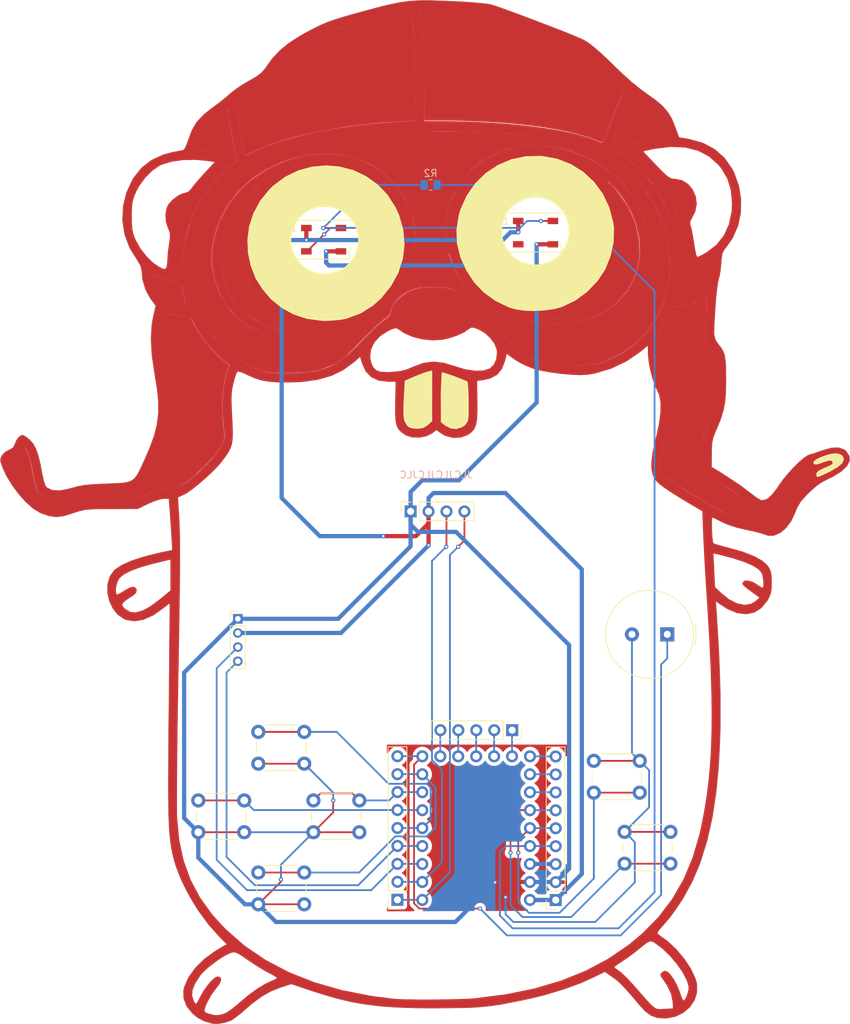
<source format=kicad_pcb>
(kicad_pcb (version 20240108) (generator "pcbnew") (generator_version "8.0")
  (layers (0 "F.Cu" signal) (31 "B.Cu" signal) (34 "B.Paste" user) (35 "F.Paste" user) (36 "B.SilkS" user "B.Silkscreen") (37 "F.SilkS" user "F.Silkscreen") (38 "B.Mask" user) (39 "F.Mask" user) (44 "Edge.Cuts" user))
  (net 0 "")
  (net 1 "/GP27")
  (net 2 "/GP7")
  (net 3 "Net-(J2-Pin_3)")
  (net 4 "GND")
  (net 5 "VCC")
  (net 6 "/SDA")
  (net 7 "/SDA1")
  (net 8 "/GP28")
  (net 9 "Net-(J2-Pin_1)")
  (net 10 "/SCL")
  (net 11 "Net-(J2-Pin_2)")
  (net 12 "Net-(J2-Pin_5)")
  (net 13 "/GP5")
  (net 14 "/GP29")
  (net 15 "/GP15")
  (net 16 "/GP26")
  (net 17 "/GP14")
  (net 18 "/3v3")
  (net 19 "/SCL1")
  (net 20 "Net-(J2-Pin_4)")
  (net 21 "/GP8")
  (net 22 "/GP4")
  (net 23 "/GP6")
  (net 24 "Net-(D1-DIN)")
  (net 25 "Net-(D1-DOUT)")
  (footprint "LED_SMD:LED_WS2812B_PLCC4_5.0x5.0mm_P3.2mm" (layer "F.Cu") (at 127.35 61.45)
    (property "Reference" "D2" (hide yes))
    (property "Value" "WS2812B")
  )
  (footprint "Button_Switch_THT:SW_PUSH_6mm_H4.3mm" (layer "F.Cu") (at 135.6 136.2)
    (property "Reference" "SW5" (hide yes))
    (property "Value" "SW_Push")
  )
  (footprint "Connector_PinSocket_2.54mm:PinSocket_1x09_P2.54mm_Vertical" (layer "F.Cu") (at 130.2 155.9 180)
    (property "Reference" "J3" (hide yes))
    (property "Value" "Conn_01x09_Pin")
  )
  (footprint "Connector_PinSocket_2.54mm:PinSocket_1x09_P2.54mm_Vertical" (layer "F.Cu") (at 107.8 155.86 180)
    (property "Reference" "J4" (hide yes))
    (property "Value" "Conn_01x09_Pin")
  )
  (footprint "Connector_PinSocket_2.54mm:PinSocket_1x04_P2.54mm_Vertical" (layer "F.Cu") (at 109.66 100.9 90)
    (property "Reference" "Brd1" (hide yes))
    (property "Value" "SSD1306")
  )
  (footprint "Button_Switch_THT:SW_PUSH_6mm_H4.3mm" (layer "F.Cu") (at 88.1 132.1)
    (property "Reference" "SW1" (hide yes))
    (property "Value" "SW_Push")
  )
  (footprint "Button_Switch_THT:SW_PUSH_6mm_H4.3mm" (layer "F.Cu") (at 139.95 146.25)
    (property "Reference" "SW6" (hide yes))
    (property "Value" "SW_Push")
  )
  (footprint "Connector_PinHeader_2.00mm:PinHeader_1x04_P2.00mm_Vertical" (layer "F.Cu") (at 85.2 116.1)
    (property "Reference" "J1" (hide yes))
    (property "Value" "Conn_01x04_Pin")
  )
  (footprint "rp2040-zero:my-rp2040-zero" (layer "F.Cu") (at 118.94 145.72 180)
    (property "Reference" "U1" (hide yes))
    (property "Value" "~" (hide yes))
  )
  (footprint "Connector_PinSocket_2.54mm:PinSocket_1x05_P2.54mm_Vertical" (layer "F.Cu") (at 124.04 131.86 -90)
    (property "Reference" "J2" (hide yes))
    (property "Value" "Conn_01x05_Pin")
  )
  (footprint "Button_Switch_THT:SW_PUSH_6mm_H4.3mm" (layer "F.Cu") (at 95.9 141.8)
    (property "Reference" "SW3" (hide yes))
    (property "Value" "SW_Push")
  )
  (footprint "Button_Switch_THT:SW_PUSH_6mm_H4.3mm" (layer "F.Cu") (at 88.1 152)
    (property "Reference" "SW4" (hide yes))
    (property "Value" "SW_Push")
  )
  (footprint "gopher:gopher_pilot_v3" (layer "F.Cu") (at 111.61 100.885)
    (property "Reference" "G***" (hide yes))
    (property "Value" "LOGO" (hide yes))
    (fp_line (start -60.06 -7.09) (end -60.02 -7.53) (stroke (width 0.05)) (layer "Edge.Cuts"))
    (fp_line (start -60.02 -7.53) (end -59.85 -7.92) (stroke (width 0.05)) (layer "Edge.Cuts"))
    (fp_line (start -59.85 -7.92) (end -59.39 -8.41) (stroke (width 0.05)) (layer "Edge.Cuts"))
    (fp_line (start -59.79 -6.25) (end -60.06 -7.09) (stroke (width 0.05)) (layer "Edge.Cuts"))
    (fp_line (start -59.51 -5.62) (end -59.79 -6.25) (stroke (width 0.05)) (layer "Edge.Cuts"))
    (fp_line (start -59.39 -8.41) (end -58.74 -8.77) (stroke (width 0.05)) (layer "Edge.Cuts"))
    (fp_line (start -59.25 -5.07) (end -59.51 -5.62) (stroke (width 0.05)) (layer "Edge.Cuts"))
    (fp_line (start -58.74 -8.77) (end -58.26 -9.04) (stroke (width 0.05)) (layer "Edge.Cuts"))
    (fp_line (start -58.69 -4.13) (end -59.25 -5.07) (stroke (width 0.05)) (layer "Edge.Cuts"))
    (fp_line (start -58.4 -3.67) (end -58.69 -4.13) (stroke (width 0.05)) (layer "Edge.Cuts"))
    (fp_line (start -58.26 -9.04) (end -58.02 -9.5) (stroke (width 0.05)) (layer "Edge.Cuts"))
    (fp_line (start -58.02 -9.5) (end -57.77 -10.13) (stroke (width 0.05)) (layer "Edge.Cuts"))
    (fp_line (start -57.77 -10.13) (end -57.36 -10.63) (stroke (width 0.05)) (layer "Edge.Cuts"))
    (fp_line (start -57.5 -2.44) (end -58.4 -3.67) (stroke (width 0.05)) (layer "Edge.Cuts"))
    (fp_line (start -57.36 -10.63) (end -56.93 -10.85) (stroke (width 0.05)) (layer "Edge.Cuts"))
    (fp_line (start -56.93 -10.85) (end -56.91 -10.85) (stroke (width 0.05)) (layer "Edge.Cuts"))
    (fp_line (start -56.91 -10.85) (end -56.88 -10.84) (stroke (width 0.05)) (layer "Edge.Cuts"))
    (fp_line (start -56.88 -10.84) (end -56.58 -10.71) (stroke (width 0.05)) (layer "Edge.Cuts"))
    (fp_line (start -56.58 -10.71) (end -55.86 -10.17) (stroke (width 0.05)) (layer "Edge.Cuts"))
    (fp_line (start -56.49 -1.31) (end -57.5 -2.44) (stroke (width 0.05)) (layer "Edge.Cuts"))
    (fp_line (start -55.86 -10.17) (end -55.36 -9.6) (stroke (width 0.05)) (layer "Edge.Cuts"))
    (fp_line (start -55.45 -0.38) (end -56.49 -1.31) (stroke (width 0.05)) (layer "Edge.Cuts"))
    (fp_line (start -55.36 -9.6) (end -54.97 -8.9) (stroke (width 0.05)) (layer "Edge.Cuts"))
    (fp_line (start -54.97 -8.9) (end -54.62 -7.91) (stroke (width 0.05)) (layer "Edge.Cuts"))
    (fp_line (start -54.62 -7.91) (end -54.31 -6.65) (stroke (width 0.05)) (layer "Edge.Cuts"))
    (fp_line (start -54.48 0.22) (end -55.45 -0.38) (stroke (width 0.05)) (layer "Edge.Cuts"))
    (fp_line (start -54.31 -6.65) (end -54.12 -5.59) (stroke (width 0.05)) (layer "Edge.Cuts"))
    (fp_line (start -54.22 0.33) (end -54.48 0.22) (stroke (width 0.05)) (layer "Edge.Cuts"))
    (fp_line (start -54.12 -5.59) (end -53.9 -4.53) (stroke (width 0.05)) (layer "Edge.Cuts"))
    (fp_line (start -53.9 -4.53) (end -53.87 -4.39) (stroke (width 0.05)) (layer "Edge.Cuts"))
    (fp_line (start -53.87 -4.39) (end -53.64 -3.7) (stroke (width 0.05)) (layer "Edge.Cuts"))
    (fp_line (start -53.64 -3.7) (end -53.43 -3.39) (stroke (width 0.05)) (layer "Edge.Cuts"))
    (fp_line (start -53.43 -3.39) (end -52.69 -3.04) (stroke (width 0.05)) (layer "Edge.Cuts"))
    (fp_line (start -53.11 0.71) (end -54.22 0.33) (stroke (width 0.05)) (layer "Edge.Cuts"))
    (fp_line (start -52.69 -3.04) (end -51.69 -2.97) (stroke (width 0.05)) (layer "Edge.Cuts"))
    (fp_line (start -52.1 0.83) (end -53.11 0.71) (stroke (width 0.05)) (layer "Edge.Cuts"))
    (fp_line (start -51.69 -2.97) (end -50.45 -3.2) (stroke (width 0.05)) (layer "Edge.Cuts"))
    (fp_line (start -51.06 0.71) (end -52.1 0.83) (stroke (width 0.05)) (layer "Edge.Cuts"))
    (fp_line (start -50.45 -3.2) (end -49.29 -3.52) (stroke (width 0.05)) (layer "Edge.Cuts"))
    (fp_line (start -49.81 0.32) (end -51.06 0.71) (stroke (width 0.05)) (layer "Edge.Cuts"))
    (fp_line (start -49.29 -3.52) (end -49.03 -3.58) (stroke (width 0.05)) (layer "Edge.Cuts"))
    (fp_line (start -49.03 -3.58) (end -48.1 -3.75) (stroke (width 0.05)) (layer "Edge.Cuts"))
    (fp_line (start -48.85 0.01) (end -49.81 0.32) (stroke (width 0.05)) (layer "Edge.Cuts"))
    (fp_line (start -48.19 -0.14) (end -48.85 0.01) (stroke (width 0.05)) (layer "Edge.Cuts"))
    (fp_line (start -48.1 -3.75) (end -47.04 -3.85) (stroke (width 0.05)) (layer "Edge.Cuts"))
    (fp_line (start -47.58 -0.22) (end -48.19 -0.14) (stroke (width 0.05)) (layer "Edge.Cuts"))
    (fp_line (start -47.15 -0.25) (end -47.58 -0.22) (stroke (width 0.05)) (layer "Edge.Cuts"))
    (fp_line (start -47.04 -3.85) (end -45.68 -3.92) (stroke (width 0.05)) (layer "Edge.Cuts"))
    (fp_line (start -46.24 -0.28) (end -47.15 -0.25) (stroke (width 0.05)) (layer "Edge.Cuts"))
    (fp_line (start -45.68 -3.92) (end -44.19 -3.98) (stroke (width 0.05)) (layer "Edge.Cuts"))
    (fp_line (start -44.94 -0.29) (end -46.24 -0.28) (stroke (width 0.05)) (layer "Edge.Cuts"))
    (fp_line (start -44.91 11.5) (end -44.89 10.34) (stroke (width 0.05)) (layer "Edge.Cuts"))
    (fp_line (start -44.89 10.34) (end -44.61 9.27) (stroke (width 0.05)) (layer "Edge.Cuts"))
    (fp_line (start -44.65 12.69) (end -44.91 11.5) (stroke (width 0.05)) (layer "Edge.Cuts"))
    (fp_line (start -44.61 9.27) (end -44 8.38) (stroke (width 0.05)) (layer "Edge.Cuts"))
    (fp_line (start -44.19 -3.98) (end -43.79 -3.99) (stroke (width 0.05)) (layer "Edge.Cuts"))
    (fp_line (start -44.16 13.75) (end -44.65 12.69) (stroke (width 0.05)) (layer "Edge.Cuts"))
    (fp_line (start -44 8.38) (end -43.84 8.22) (stroke (width 0.05)) (layer "Edge.Cuts"))
    (fp_line (start -43.84 8.22) (end -43.64 8.09) (stroke (width 0.05)) (layer "Edge.Cuts"))
    (fp_line (start -43.79 -3.99) (end -42.78 -4.05) (stroke (width 0.05)) (layer "Edge.Cuts"))
    (fp_line (start -43.64 8.09) (end -42.85 7.57) (stroke (width 0.05)) (layer "Edge.Cuts"))
    (fp_line (start -43.43 14.67) (end -44.16 13.75) (stroke (width 0.05)) (layer "Edge.Cuts"))
    (fp_line (start -42.85 7.57) (end -41.49 6.95) (stroke (width 0.05)) (layer "Edge.Cuts"))
    (fp_line (start -42.79 -41.14) (end -42.7 -43.14) (stroke (width 0.05)) (layer "Edge.Cuts"))
    (fp_line (start -42.78 -4.05) (end -42.01 -4.17) (stroke (width 0.05)) (layer "Edge.Cuts"))
    (fp_line (start -42.7 -43.14) (end -42.21 -45.14) (stroke (width 0.05)) (layer "Edge.Cuts"))
    (fp_line (start -42.51 15.29) (end -43.43 14.67) (stroke (width 0.05)) (layer "Edge.Cuts"))
    (fp_line (start -42.48 -39.17) (end -42.79 -41.14) (stroke (width 0.05)) (layer "Edge.Cuts"))
    (fp_line (start -42.26 15.39) (end -42.51 15.29) (stroke (width 0.05)) (layer "Edge.Cuts"))
    (fp_line (start -42.21 -45.14) (end -41.83 -45.96) (stroke (width 0.05)) (layer "Edge.Cuts"))
    (fp_line (start -42.01 -4.17) (end -41.42 -4.41) (stroke (width 0.05)) (layer "Edge.Cuts"))
    (fp_line (start -41.83 -45.96) (end -41.28 -47.1) (stroke (width 0.05)) (layer "Edge.Cuts"))
    (fp_line (start -41.78 -37.28) (end -42.48 -39.17) (stroke (width 0.05)) (layer "Edge.Cuts"))
    (fp_line (start -41.7 -0.3) (end -44.94 -0.29) (stroke (width 0.05)) (layer "Edge.Cuts"))
    (fp_line (start -41.49 6.95) (end -39.84 6.42) (stroke (width 0.05)) (layer "Edge.Cuts"))
    (fp_line (start -41.42 -4.41) (end -41 -4.76) (stroke (width 0.05)) (layer "Edge.Cuts"))
    (fp_line (start -41.35 -36.59) (end -41.78 -37.28) (stroke (width 0.05)) (layer "Edge.Cuts"))
    (fp_line (start -41.28 -47.1) (end -41.24 -47.17) (stroke (width 0.05)) (layer "Edge.Cuts"))
    (fp_line (start -41.24 -47.17) (end -40.1 -48.61) (stroke (width 0.05)) (layer "Edge.Cuts"))
    (fp_line (start -41.06 15.59) (end -42.26 15.39) (stroke (width 0.05)) (layer "Edge.Cuts"))
    (fp_line (start -41 -4.76) (end -40.63 -5.3) (stroke (width 0.05)) (layer "Edge.Cuts"))
    (fp_line (start -40.68 -35.51) (end -41.35 -36.59) (stroke (width 0.05)) (layer "Edge.Cuts"))
    (fp_line (start -40.63 -5.3) (end -40.25 -6.03) (stroke (width 0.05)) (layer "Edge.Cuts"))
    (fp_line (start -40.56 -0.31) (end -41.7 -0.3) (stroke (width 0.05)) (layer "Edge.Cuts"))
    (fp_line (start -40.25 -6.03) (end -39.69 -7.24) (stroke (width 0.05)) (layer "Edge.Cuts"))
    (fp_line (start -40.22 -34.74) (end -40.68 -35.51) (stroke (width 0.05)) (layer "Edge.Cuts"))
    (fp_line (start -40.1 -48.61) (end -39.98 -48.71) (stroke (width 0.05)) (layer "Edge.Cuts"))
    (fp_line (start -40.07 -34.06) (end -40.22 -34.74) (stroke (width 0.05)) (layer "Edge.Cuts"))
    (fp_line (start -39.98 -48.71) (end -39.31 -49.23) (stroke (width 0.05)) (layer "Edge.Cuts"))
    (fp_line (start -39.94 -32.76) (end -40.07 -34.06) (stroke (width 0.05)) (layer "Edge.Cuts"))
    (fp_line (start -39.84 6.42) (end -38.86 6.16) (stroke (width 0.05)) (layer "Edge.Cuts"))
    (fp_line (start -39.76 15.37) (end -41.06 15.59) (stroke (width 0.05)) (layer "Edge.Cuts"))
    (fp_line (start -39.69 -7.24) (end -39.25 -8.26) (stroke (width 0.05)) (layer "Edge.Cuts"))
    (fp_line (start -39.51 -31.32) (end -39.94 -32.76) (stroke (width 0.05)) (layer "Edge.Cuts"))
    (fp_line (start -39.31 -49.23) (end -38.65 -49.73) (stroke (width 0.05)) (layer "Edge.Cuts"))
    (fp_line (start -39.25 -8.26) (end -38.93 -9) (stroke (width 0.05)) (layer "Edge.Cuts"))
    (fp_line (start -39.11 -1.02) (end -40.56 -0.31) (stroke (width 0.05)) (layer "Edge.Cuts"))
    (fp_line (start -39.03 -30.44) (end -39.51 -31.32) (stroke (width 0.05)) (layer "Edge.Cuts"))
    (fp_line (start -38.93 -9) (end -38.34 -10.61) (stroke (width 0.05)) (layer "Edge.Cuts"))
    (fp_line (start -38.86 6.16) (end -37.3 5.78) (stroke (width 0.05)) (layer "Edge.Cuts"))
    (fp_line (start -38.81 -30.06) (end -39.03 -30.44) (stroke (width 0.05)) (layer "Edge.Cuts"))
    (fp_line (start -38.76 -24.42) (end -38.63 -26.46) (stroke (width 0.05)) (layer "Edge.Cuts"))
    (fp_line (start -38.65 -49.73) (end -38.2 -49.95) (stroke (width 0.05)) (layer "Edge.Cuts"))
    (fp_line (start -38.63 -26.46) (end -38.49 -27.23) (stroke (width 0.05)) (layer "Edge.Cuts"))
    (fp_line (start -38.62 -22.07) (end -38.76 -24.42) (stroke (width 0.05)) (layer "Edge.Cuts"))
    (fp_line (start -38.49 -27.23) (end -38.39 -27.75) (stroke (width 0.05)) (layer "Edge.Cuts"))
    (fp_line (start -38.39 -27.75) (end -38.27 -28.27) (stroke (width 0.05)) (layer "Edge.Cuts"))
    (fp_line (start -38.37 14.75) (end -39.76 15.37) (stroke (width 0.05)) (layer "Edge.Cuts"))
    (fp_line (start -38.35 -20.21) (end -38.62 -22.07) (stroke (width 0.05)) (layer "Edge.Cuts"))
    (fp_line (start -38.34 -10.61) (end -38.3 -10.71) (stroke (width 0.05)) (layer "Edge.Cuts"))
    (fp_line (start -38.3 -10.71) (end -37.9 -12.32) (stroke (width 0.05)) (layer "Edge.Cuts"))
    (fp_line (start -38.27 -28.27) (end -38.13 -28.84) (stroke (width 0.05)) (layer "Edge.Cuts"))
    (fp_line (start -38.21 -1.4) (end -39.11 -1.02) (stroke (width 0.05)) (layer "Edge.Cuts"))
    (fp_line (start -38.2 -49.95) (end -36.99 -50.5) (stroke (width 0.05)) (layer "Edge.Cuts"))
    (fp_line (start -38.13 -28.84) (end -38.07 -29.07) (stroke (width 0.05)) (layer "Edge.Cuts"))
    (fp_line (start -38.09 -18.49) (end -38.35 -20.21) (stroke (width 0.05)) (layer "Edge.Cuts"))
    (fp_line (start -38.07 -29.07) (end -38.81 -30.06) (stroke (width 0.05)) (layer "Edge.Cuts"))
    (fp_line (start -37.9 -17.41) (end -38.09 -18.49) (stroke (width 0.05)) (layer "Edge.Cuts"))
    (fp_line (start -37.9 -12.32) (end -37.71 -13.9) (stroke (width 0.05)) (layer "Edge.Cuts"))
    (fp_line (start -37.84 14.37) (end -38.37 14.75) (stroke (width 0.05)) (layer "Edge.Cuts"))
    (fp_line (start -37.71 -15.56) (end -37.9 -17.41) (stroke (width 0.05)) (layer "Edge.Cuts"))
    (fp_line (start -37.71 -13.9) (end -37.71 -15.56) (stroke (width 0.05)) (layer "Edge.Cuts"))
    (fp_line (start -37.44 -1.65) (end -38.21 -1.4) (stroke (width 0.05)) (layer "Edge.Cuts"))
    (fp_line (start -37.3 5.78) (end -35.93 5.5) (stroke (width 0.05)) (layer "Edge.Cuts"))
    (fp_line (start -37.26 13.97) (end -37.84 14.37) (stroke (width 0.05)) (layer "Edge.Cuts"))
    (fp_line (start -36.99 -50.5) (end -35.66 -50.86) (stroke (width 0.05)) (layer "Edge.Cuts"))
    (fp_line (start -36.92 -1.75) (end -37.44 -1.65) (stroke (width 0.05)) (layer "Edge.Cuts"))
    (fp_line (start -36.63 13.5) (end -37.26 13.97) (stroke (width 0.05)) (layer "Edge.Cuts"))
    (fp_line (start -36.3 37.67) (end -36.29 36.9) (stroke (width 0.05)) (layer "Edge.Cuts"))
    (fp_line (start -36.3 40.21) (end -36.3 37.67) (stroke (width 0.05)) (layer "Edge.Cuts"))
    (fp_line (start -36.29 36.9) (end -36.28 33.65) (stroke (width 0.05)) (layer "Edge.Cuts"))
    (fp_line (start -36.28 33.65) (end -36.26 31.6) (stroke (width 0.05)) (layer "Edge.Cuts"))
    (fp_line (start -36.26 31.6) (end -36.25 30.31) (stroke (width 0.05)) (layer "Edge.Cuts"))
    (fp_line (start -36.26 42.85) (end -36.3 40.21) (stroke (width 0.05)) (layer "Edge.Cuts"))
    (fp_line (start -36.25 30.31) (end -36.24 29.14) (stroke (width 0.05)) (layer "Edge.Cuts"))
    (fp_line (start -36.24 29.14) (end -36.23 28.1) (stroke (width 0.05)) (layer "Edge.Cuts"))
    (fp_line (start -36.23 13.19) (end -36.63 13.5) (stroke (width 0.05)) (layer "Edge.Cuts"))
    (fp_line (start -36.23 28.1) (end -36.19 25.15) (stroke (width 0.05)) (layer "Edge.Cuts"))
    (fp_line (start -36.21 -1.74) (end -36.92 -1.75) (stroke (width 0.05)) (layer "Edge.Cuts"))
    (fp_line (start -36.21 44.33) (end -36.26 42.85) (stroke (width 0.05)) (layer "Edge.Cuts"))
    (fp_line (start -36.19 -1.41) (end -36.21 -1.74) (stroke (width 0.05)) (layer "Edge.Cuts"))
    (fp_line (start -36.19 25.15) (end -36.18 23.45) (stroke (width 0.05)) (layer "Edge.Cuts"))
    (fp_line (start -36.18 23.45) (end -36.17 22.7) (stroke (width 0.05)) (layer "Edge.Cuts"))
    (fp_line (start -36.17 22.7) (end -36.16 20.64) (stroke (width 0.05)) (layer "Edge.Cuts"))
    (fp_line (start -36.16 20.64) (end -36.13 18.2) (stroke (width 0.05)) (layer "Edge.Cuts"))
    (fp_line (start -36.13 18.2) (end -36.12 16.93) (stroke (width 0.05)) (layer "Edge.Cuts"))
    (fp_line (start -36.12 16.93) (end -36.11 15.84) (stroke (width 0.05)) (layer "Edge.Cuts"))
    (fp_line (start -36.11 -0.41) (end -36.19 -1.41) (stroke (width 0.05)) (layer "Edge.Cuts"))
    (fp_line (start -36.11 15.84) (end -36.1 14.27) (stroke (width 0.05)) (layer "Edge.Cuts"))
    (fp_line (start -36.1 14.27) (end -36.09 13.43) (stroke (width 0.05)) (layer "Edge.Cuts"))
    (fp_line (start -36.09 13.43) (end -36.08 13.11) (stroke (width 0.05)) (layer "Edge.Cuts"))
    (fp_line (start -36.09 45.97) (end -36.21 44.33) (stroke (width 0.05)) (layer "Edge.Cuts"))
    (fp_line (start -36.08 13.11) (end -36.23 13.19) (stroke (width 0.05)) (layer "Edge.Cuts"))
    (fp_line (start -35.98 47.01) (end -36.09 45.97) (stroke (width 0.05)) (layer "Edge.Cuts"))
    (fp_line (start -35.93 5.5) (end -35.72 5.46) (stroke (width 0.05)) (layer "Edge.Cuts"))
    (fp_line (start -35.88 2.86) (end -36.11 -0.41) (stroke (width 0.05)) (layer "Edge.Cuts"))
    (fp_line (start -35.74 5.2) (end -35.88 2.86) (stroke (width 0.05)) (layer "Edge.Cuts"))
    (fp_line (start -35.72 5.46) (end -35.74 5.2) (stroke (width 0.05)) (layer "Edge.Cuts"))
    (fp_line (start -35.7 48.5) (end -35.98 47.01) (stroke (width 0.05)) (layer "Edge.Cuts"))
    (fp_line (start -35.66 -50.86) (end -34.76 -51.03) (stroke (width 0.05)) (layer "Edge.Cuts"))
    (fp_line (start -35.51 49.25) (end -35.7 48.5) (stroke (width 0.05)) (layer "Edge.Cuts"))
    (fp_line (start -35.24 50.18) (end -35.51 49.25) (stroke (width 0.05)) (layer "Edge.Cuts"))
    (fp_line (start -35.05 50.67) (end -35.24 50.18) (stroke (width 0.05)) (layer "Edge.Cuts"))
    (fp_line (start -34.76 -51.03) (end -34.35 -51.11) (stroke (width 0.05)) (layer "Edge.Cuts"))
    (fp_line (start -34.51 52.08) (end -35.05 50.67) (stroke (width 0.05)) (layer "Edge.Cuts"))
    (fp_line (start -34.35 -51.11) (end -34.13 -51.15) (stroke (width 0.05)) (layer "Edge.Cuts"))
    (fp_line (start -34.17 52.79) (end -34.51 52.08) (stroke (width 0.05)) (layer "Edge.Cuts"))
    (fp_line (start -34.14 67.75) (end -34.03 67.29) (stroke (width 0.05)) (layer "Edge.Cuts"))
    (fp_line (start -34.13 -51.15) (end -33.95 -51.38) (stroke (width 0.05)) (layer "Edge.Cuts"))
    (fp_line (start -34.12 68.94) (end -34.14 67.75) (stroke (width 0.05)) (layer "Edge.Cuts"))
    (fp_line (start -34.03 67.29) (end -33.44 65.94) (stroke (width 0.05)) (layer "Edge.Cuts"))
    (fp_line (start -33.95 -51.38) (end -33.7 -51.92) (stroke (width 0.05)) (layer "Edge.Cuts"))
    (fp_line (start -33.87 53.39) (end -34.17 52.79) (stroke (width 0.05)) (layer "Edge.Cuts"))
    (fp_line (start -33.7 -51.92) (end -33.15 -53.42) (stroke (width 0.05)) (layer "Edge.Cuts"))
    (fp_line (start -33.7 70.07) (end -34.12 68.94) (stroke (width 0.05)) (layer "Edge.Cuts"))
    (fp_line (start -33.44 65.94) (end -32.47 64.58) (stroke (width 0.05)) (layer "Edge.Cuts"))
    (fp_line (start -33.16 54.73) (end -33.87 53.39) (stroke (width 0.05)) (layer "Edge.Cuts"))
    (fp_line (start -33.15 -53.42) (end -32.95 -53.94) (stroke (width 0.05)) (layer "Edge.Cuts"))
    (fp_line (start -32.95 -53.94) (end -32.28 -55.1) (stroke (width 0.05)) (layer "Edge.Cuts"))
    (fp_line (start -32.85 71.1) (end -33.7 70.07) (stroke (width 0.05)) (layer "Edge.Cuts"))
    (fp_line (start -32.65 55.55) (end -33.16 54.73) (stroke (width 0.05)) (layer "Edge.Cuts"))
    (fp_line (start -32.47 64.58) (end -31.19 63.33) (stroke (width 0.05)) (layer "Edge.Cuts"))
    (fp_line (start -32.28 -55.1) (end -31.29 -56.14) (stroke (width 0.05)) (layer "Edge.Cuts"))
    (fp_line (start -32.15 71.68) (end -32.85 71.1) (stroke (width 0.05)) (layer "Edge.Cuts"))
    (fp_line (start -32.02 56.58) (end -32.65 55.55) (stroke (width 0.05)) (layer "Edge.Cuts"))
    (fp_line (start -31.77 56.91) (end -32.02 56.58) (stroke (width 0.05)) (layer "Edge.Cuts"))
    (fp_line (start -31.29 -56.14) (end -30.97 -56.41) (stroke (width 0.05)) (layer "Edge.Cuts"))
    (fp_line (start -31.21 72.18) (end -32.15 71.68) (stroke (width 0.05)) (layer "Edge.Cuts"))
    (fp_line (start -31.19 63.33) (end -29.67 62.21) (stroke (width 0.05)) (layer "Edge.Cuts"))
    (fp_line (start -30.97 -56.41) (end -30.28 -56.97) (stroke (width 0.05)) (layer "Edge.Cuts"))
    (fp_line (start -30.57 58.54) (end -31.77 56.91) (stroke (width 0.05)) (layer "Edge.Cuts"))
    (fp_line (start -30.28 -56.97) (end -29.63 -57.44) (stroke (width 0.05)) (layer "Edge.Cuts"))
    (fp_line (start -30.15 59.01) (end -30.57 58.54) (stroke (width 0.05)) (layer "Edge.Cuts"))
    (fp_line (start -29.94 72.55) (end -31.21 72.18) (stroke (width 0.05)) (layer "Edge.Cuts"))
    (fp_line (start -29.67 62.21) (end -28.6 61.58) (stroke (width 0.05)) (layer "Edge.Cuts"))
    (fp_line (start -29.63 -57.44) (end -29 -57.91) (stroke (width 0.05)) (layer "Edge.Cuts"))
    (fp_line (start -29.19 72.56) (end -29.94 72.55) (stroke (width 0.05)) (layer "Edge.Cuts"))
    (fp_line (start -29.05 60.24) (end -30.15 59.01) (stroke (width 0.05)) (layer "Edge.Cuts"))
    (fp_line (start -29 -57.91) (end -28.33 -58.45) (stroke (width 0.05)) (layer "Edge.Cuts"))
    (fp_line (start -28.69 60.61) (end -29.05 60.24) (stroke (width 0.05)) (layer "Edge.Cuts"))
    (fp_line (start -28.6 61.58) (end -28.03 61.26) (stroke (width 0.05)) (layer "Edge.Cuts"))
    (fp_line (start -28.33 -58.45) (end -27.74 -58.95) (stroke (width 0.05)) (layer "Edge.Cuts"))
    (fp_line (start -28.29 72.41) (end -29.19 72.56) (stroke (width 0.05)) (layer "Edge.Cuts"))
    (fp_line (start -28.03 61.26) (end -28.69 60.61) (stroke (width 0.05)) (layer "Edge.Cuts"))
    (fp_line (start -27.74 -58.95) (end -27 -59.57) (stroke (width 0.05)) (layer "Edge.Cuts"))
    (fp_line (start -27.42 72.12) (end -28.29 72.41) (stroke (width 0.05)) (layer "Edge.Cuts"))
    (fp_line (start -27.28 72.05) (end -27.42 72.12) (stroke (width 0.05)) (layer "Edge.Cuts"))
    (fp_line (start -27 -59.57) (end -26.51 -59.92) (stroke (width 0.05)) (layer "Edge.Cuts"))
    (fp_line (start -26.95 71.83) (end -27.28 72.05) (stroke (width 0.05)) (layer "Edge.Cuts"))
    (fp_line (start -26.51 -59.92) (end -26.04 -60.24) (stroke (width 0.05)) (layer "Edge.Cuts"))
    (fp_line (start -26.46 71.46) (end -26.95 71.83) (stroke (width 0.05)) (layer "Edge.Cuts"))
    (fp_line (start -26.04 -60.24) (end -25.39 -60.64) (stroke (width 0.05)) (layer "Edge.Cuts"))
    (fp_line (start -26.04 71.15) (end -26.46 71.46) (stroke (width 0.05)) (layer "Edge.Cuts"))
    (fp_line (start -25.49 70.67) (end -26.04 71.15) (stroke (width 0.05)) (layer "Edge.Cuts"))
    (fp_line (start -25.39 -60.64) (end -24.29 -61.28) (stroke (width 0.05)) (layer "Edge.Cuts"))
    (fp_line (start -24.69 69.98) (end -25.49 70.67) (stroke (width 0.05)) (layer "Edge.Cuts"))
    (fp_line (start -24.36 69.69) (end -24.69 69.98) (stroke (width 0.05)) (layer "Edge.Cuts"))
    (fp_line (start -24.29 -61.28) (end -23.83 -61.54) (stroke (width 0.05)) (layer "Edge.Cuts"))
    (fp_line (start -24.18 69.56) (end -24.36 69.69) (stroke (width 0.05)) (layer "Edge.Cuts"))
    (fp_line (start -23.83 -61.54) (end -23.13 -62.07) (stroke (width 0.05)) (layer "Edge.Cuts"))
    (fp_line (start -23.13 -62.07) (end -22.63 -62.61) (stroke (width 0.05)) (layer "Edge.Cuts"))
    (fp_line (start -22.96 68.66) (end -24.18 69.56) (stroke (width 0.05)) (layer "Edge.Cuts"))
    (fp_line (start -22.63 -62.61) (end -21.99 -63.52) (stroke (width 0.05)) (layer "Edge.Cuts"))
    (fp_line (start -21.99 -63.52) (end -21.59 -64.08) (stroke (width 0.05)) (layer "Edge.Cuts"))
    (fp_line (start -21.67 67.94) (end -22.96 68.66) (stroke (width 0.05)) (layer "Edge.Cuts"))
    (fp_line (start -21.59 -64.08) (end -20.49 -65.26) (stroke (width 0.05)) (layer "Edge.Cuts"))
    (fp_line (start -20.63 67.53) (end -21.67 67.94) (stroke (width 0.05)) (layer "Edge.Cuts"))
    (fp_line (start -20.49 -65.26) (end -20 -65.66) (stroke (width 0.05)) (layer "Edge.Cuts"))
    (fp_line (start -20 -65.66) (end -19.28 -66.25) (stroke (width 0.05)) (layer "Edge.Cuts"))
    (fp_line (start -19.98 67.3) (end -20.63 67.53) (stroke (width 0.05)) (layer "Edge.Cuts"))
    (fp_line (start -19.28 -66.25) (end -17.72 -67.26) (stroke (width 0.05)) (layer "Edge.Cuts"))
    (fp_line (start -18.83 66.93) (end -19.98 67.3) (stroke (width 0.05)) (layer "Edge.Cuts"))
    (fp_line (start -18.4 67.09) (end -18.83 66.93) (stroke (width 0.05)) (layer "Edge.Cuts"))
    (fp_line (start -17.76 67.3) (end -18.4 67.09) (stroke (width 0.05)) (layer "Edge.Cuts"))
    (fp_line (start -17.72 -67.26) (end -16.47 -67.96) (stroke (width 0.05)) (layer "Edge.Cuts"))
    (fp_line (start -16.61 67.69) (end -17.76 67.3) (stroke (width 0.05)) (layer "Edge.Cuts"))
    (fp_line (start -16.47 -67.96) (end -15.52 -68.44) (stroke (width 0.05)) (layer "Edge.Cuts"))
    (fp_line (start -15.99 67.9) (end -16.61 67.69) (stroke (width 0.05)) (layer "Edge.Cuts"))
    (fp_line (start -15.52 -68.44) (end -14.59 -68.9) (stroke (width 0.05)) (layer "Edge.Cuts"))
    (fp_line (start -15.17 68.16) (end -15.99 67.9) (stroke (width 0.05)) (layer "Edge.Cuts"))
    (fp_line (start -14.59 -68.9) (end -13.67 -69.28) (stroke (width 0.05)) (layer "Edge.Cuts"))
    (fp_line (start -13.7 68.61) (end -15.17 68.16) (stroke (width 0.05)) (layer "Edge.Cuts"))
    (fp_line (start -13.67 -69.28) (end -12.91 -69.56) (stroke (width 0.05)) (layer "Edge.Cuts"))
    (fp_line (start -12.91 -69.56) (end -11.63 -69.96) (stroke (width 0.05)) (layer "Edge.Cuts"))
    (fp_line (start -12.36 68.99) (end -13.7 68.61) (stroke (width 0.05)) (layer "Edge.Cuts"))
    (fp_line (start -11.63 -69.96) (end -10.43 -70.31) (stroke (width 0.05)) (layer "Edge.Cuts"))
    (fp_line (start -10.5 69.45) (end -12.36 68.99) (stroke (width 0.05)) (layer "Edge.Cuts"))
    (fp_line (start -10.43 -70.31) (end -8.66 -70.79) (stroke (width 0.05)) (layer "Edge.Cuts"))
    (fp_line (start -8.66 -70.79) (end -7.03 -71.23) (stroke (width 0.05)) (layer "Edge.Cuts"))
    (fp_line (start -8.39 69.82) (end -10.5 69.45) (stroke (width 0.05)) (layer "Edge.Cuts"))
    (fp_line (start -7.28 69.95) (end -8.39 69.82) (stroke (width 0.05)) (layer "Edge.Cuts"))
    (fp_line (start -7.03 -71.23) (end -6.15 -71.47) (stroke (width 0.05)) (layer "Edge.Cuts"))
    (fp_line (start -6.28 70.08) (end -7.28 69.95) (stroke (width 0.05)) (layer "Edge.Cuts"))
    (fp_line (start -6.15 -71.47) (end -4.89 -71.77) (stroke (width 0.05)) (layer "Edge.Cuts"))
    (fp_line (start -6.03 70.1) (end -6.28 70.08) (stroke (width 0.05)) (layer "Edge.Cuts"))
    (fp_line (start -4.89 -71.77) (end -3.56 -72.04) (stroke (width 0.05)) (layer "Edge.Cuts"))
    (fp_line (start -4.28 70.22) (end -6.03 70.1) (stroke (width 0.05)) (layer "Edge.Cuts"))
    (fp_line (start -3.61 70.25) (end -4.28 70.22) (stroke (width 0.05)) (layer "Edge.Cuts"))
    (fp_line (start -3.56 -72.04) (end -2.23 -72.24) (stroke (width 0.05)) (layer "Edge.Cuts"))
    (fp_line (start -2.23 -72.24) (end -0.86 -72.32) (stroke (width 0.05)) (layer "Edge.Cuts"))
    (fp_line (start -1.59 70.32) (end -3.61 70.25) (stroke (width 0.05)) (layer "Edge.Cuts"))
    (fp_line (start -0.86 -72.32) (end 0.33 -72.33) (stroke (width 0.05)) (layer "Edge.Cuts"))
    (fp_line (start -0.71 70.34) (end -1.59 70.32) (stroke (width 0.05)) (layer "Edge.Cuts"))
    (fp_line (start 0.33 -72.33) (end 1.58 -72.31) (stroke (width 0.05)) (layer "Edge.Cuts"))
    (fp_line (start 1.05 70.35) (end -0.71 70.34) (stroke (width 0.05)) (layer "Edge.Cuts"))
    (fp_line (start 1.58 -72.31) (end 3.01 -72.26) (stroke (width 0.05)) (layer "Edge.Cuts"))
    (fp_line (start 2.39 70.34) (end 1.05 70.35) (stroke (width 0.05)) (layer "Edge.Cuts"))
    (fp_line (start 3.01 -72.26) (end 4.34 -72.2) (stroke (width 0.05)) (layer "Edge.Cuts"))
    (fp_line (start 4.34 -72.2) (end 6.34 -72.09) (stroke (width 0.05)) (layer "Edge.Cuts"))
    (fp_line (start 5.34 70.31) (end 2.39 70.34) (stroke (width 0.05)) (layer "Edge.Cuts"))
    (fp_line (start 6.34 -72.09) (end 7.57 -71.99) (stroke (width 0.05)) (layer "Edge.Cuts"))
    (fp_line (start 6.65 70.27) (end 5.34 70.31) (stroke (width 0.05)) (layer "Edge.Cuts"))
    (fp_line (start 7.57 -71.99) (end 8.72 -71.87) (stroke (width 0.05)) (layer "Edge.Cuts"))
    (fp_line (start 7.81 70.2) (end 6.65 70.27) (stroke (width 0.05)) (layer "Edge.Cuts"))
    (fp_line (start 8.72 -71.87) (end 9.47 -71.75) (stroke (width 0.05)) (layer "Edge.Cuts"))
    (fp_line (start 8.75 70.11) (end 7.81 70.2) (stroke (width 0.05)) (layer "Edge.Cuts"))
    (fp_line (start 9.47 -71.75) (end 10.27 -71.49) (stroke (width 0.05)) (layer "Edge.Cuts"))
    (fp_line (start 9.55 70.02) (end 8.75 70.11) (stroke (width 0.05)) (layer "Edge.Cuts"))
    (fp_line (start 10.27 -71.49) (end 11.31 -71.12) (stroke (width 0.05)) (layer "Edge.Cuts"))
    (fp_line (start 11.02 69.8) (end 9.55 70.02) (stroke (width 0.05)) (layer "Edge.Cuts"))
    (fp_line (start 11.31 -71.12) (end 13.09 -70.48) (stroke (width 0.05)) (layer "Edge.Cuts"))
    (fp_line (start 13.09 -70.48) (end 14.25 -70.04) (stroke (width 0.05)) (layer "Edge.Cuts"))
    (fp_line (start 14.25 -70.04) (end 15.62 -69.52) (stroke (width 0.05)) (layer "Edge.Cuts"))
    (fp_line (start 15.4 68.9) (end 11.02 69.8) (stroke (width 0.05)) (layer "Edge.Cuts"))
    (fp_line (start 15.62 -69.52) (end 17.04 -68.98) (stroke (width 0.05)) (layer "Edge.Cuts"))
    (fp_line (start 16.81 68.56) (end 15.4 68.9) (stroke (width 0.05)) (layer "Edge.Cuts"))
    (fp_line (start 17.04 -68.98) (end 18.59 -68.38) (stroke (width 0.05)) (layer "Edge.Cuts"))
    (fp_line (start 18.59 -68.38) (end 19.79 -67.92) (stroke (width 0.05)) (layer "Edge.Cuts"))
    (fp_line (start 19.76 67.67) (end 16.81 68.56) (stroke (width 0.05)) (layer "Edge.Cuts"))
    (fp_line (start 19.79 -67.92) (end 21.52 -67.21) (stroke (width 0.05)) (layer "Edge.Cuts"))
    (fp_line (start 20.67 67.35) (end 19.76 67.67) (stroke (width 0.05)) (layer "Edge.Cuts"))
    (fp_line (start 21.52 -67.21) (end 22.53 -66.76) (stroke (width 0.05)) (layer "Edge.Cuts"))
    (fp_line (start 22.35 66.73) (end 20.67 67.35) (stroke (width 0.05)) (layer "Edge.Cuts"))
    (fp_line (start 22.48 66.66) (end 22.35 66.73) (stroke (width 0.05)) (layer "Edge.Cuts"))
    (fp_line (start 22.53 -66.76) (end 23.17 -66.38) (stroke (width 0.05)) (layer "Edge.Cuts"))
    (fp_line (start 23.17 -66.38) (end 23.81 -65.91) (stroke (width 0.05)) (layer "Edge.Cuts"))
    (fp_line (start 23.53 66.19) (end 22.48 66.66) (stroke (width 0.05)) (layer "Edge.Cuts"))
    (fp_line (start 23.81 -65.91) (end 24.86 -65.02) (stroke (width 0.05)) (layer "Edge.Cuts"))
    (fp_line (start 24.86 -65.02) (end 25.79 -64.16) (stroke (width 0.05)) (layer "Edge.Cuts"))
    (fp_line (start 25.55 65.21) (end 23.53 66.19) (stroke (width 0.05)) (layer "Edge.Cuts"))
    (fp_line (start 25.79 -64.16) (end 26.57 -63.4) (stroke (width 0.05)) (layer "Edge.Cuts"))
    (fp_line (start 25.89 65.45) (end 25.55 65.21) (stroke (width 0.05)) (layer "Edge.Cuts"))
    (fp_line (start 26.38 65.79) (end 25.89 65.45) (stroke (width 0.05)) (layer "Edge.Cuts"))
    (fp_line (start 26.57 -63.4) (end 27.12 -62.86) (stroke (width 0.05)) (layer "Edge.Cuts"))
    (fp_line (start 27 66.24) (end 26.38 65.79) (stroke (width 0.05)) (layer "Edge.Cuts"))
    (fp_line (start 27.12 -62.86) (end 28.14 -61.89) (stroke (width 0.05)) (layer "Edge.Cuts"))
    (fp_line (start 27.4 66.56) (end 27 66.24) (stroke (width 0.05)) (layer "Edge.Cuts"))
    (fp_line (start 27.96 67.09) (end 27.4 66.56) (stroke (width 0.05)) (layer "Edge.Cuts"))
    (fp_line (start 28.09 67.23) (end 27.96 67.09) (stroke (width 0.05)) (layer "Edge.Cuts"))
    (fp_line (start 28.14 -61.89) (end 28.92 -61.19) (stroke (width 0.05)) (layer "Edge.Cuts"))
    (fp_line (start 28.86 68.07) (end 28.09 67.23) (stroke (width 0.05)) (layer "Edge.Cuts"))
    (fp_line (start 28.92 -61.19) (end 29.37 -60.78) (stroke (width 0.05)) (layer "Edge.Cuts"))
    (fp_line (start 29.37 -60.78) (end 30.1 -60.2) (stroke (width 0.05)) (layer "Edge.Cuts"))
    (fp_line (start 29.5 68.81) (end 28.86 68.07) (stroke (width 0.05)) (layer "Edge.Cuts"))
    (fp_line (start 30.1 -60.2) (end 30.44 -59.91) (stroke (width 0.05)) (layer "Edge.Cuts"))
    (fp_line (start 30.44 -59.91) (end 31.12 -59.4) (stroke (width 0.05)) (layer "Edge.Cuts"))
    (fp_line (start 30.46 69.95) (end 29.5 68.81) (stroke (width 0.05)) (layer "Edge.Cuts"))
    (fp_line (start 31.12 -59.4) (end 32 -58.77) (stroke (width 0.05)) (layer "Edge.Cuts"))
    (fp_line (start 31.23 70.79) (end 30.46 69.95) (stroke (width 0.05)) (layer "Edge.Cuts"))
    (fp_line (start 32 -58.77) (end 32.17 -58.64) (stroke (width 0.05)) (layer "Edge.Cuts"))
    (fp_line (start 32.07 71.4) (end 31.23 70.79) (stroke (width 0.05)) (layer "Edge.Cuts"))
    (fp_line (start 32.17 -58.64) (end 32.76 -58.23) (stroke (width 0.05)) (layer "Edge.Cuts"))
    (fp_line (start 32.76 -58.23) (end 32.94 -58.08) (stroke (width 0.05)) (layer "Edge.Cuts"))
    (fp_line (start 32.94 -58.08) (end 33.75 -57.39) (stroke (width 0.05)) (layer "Edge.Cuts"))
    (fp_line (start 32.98 71.72) (end 32.07 71.4) (stroke (width 0.05)) (layer "Edge.Cuts"))
    (fp_line (start 33.05 59.75) (end 33.22 59.9) (stroke (width 0.05)) (layer "Edge.Cuts"))
    (fp_line (start 33.08 59.55) (end 33.05 59.75) (stroke (width 0.05)) (layer "Edge.Cuts"))
    (fp_line (start 33.22 59.9) (end 33.91 60.4) (stroke (width 0.05)) (layer "Edge.Cuts"))
    (fp_line (start 33.32 59.21) (end 33.08 59.55) (stroke (width 0.05)) (layer "Edge.Cuts"))
    (fp_line (start 33.75 -57.39) (end 34.5 -56.52) (stroke (width 0.05)) (layer "Edge.Cuts"))
    (fp_line (start 33.91 60.4) (end 34.51 60.83) (stroke (width 0.05)) (layer "Edge.Cuts"))
    (fp_line (start 33.92 58.53) (end 33.32 59.21) (stroke (width 0.05)) (layer "Edge.Cuts"))
    (fp_line (start 34.07 71.8) (end 32.98 71.72) (stroke (width 0.05)) (layer "Edge.Cuts"))
    (fp_line (start 34.27 71.78) (end 34.07 71.8) (stroke (width 0.05)) (layer "Edge.Cuts"))
    (fp_line (start 34.5 -56.52) (end 35.06 -55.61) (stroke (width 0.05)) (layer "Edge.Cuts"))
    (fp_line (start 34.51 60.83) (end 35.73 61.99) (stroke (width 0.05)) (layer "Edge.Cuts"))
    (fp_line (start 34.79 57.51) (end 33.92 58.53) (stroke (width 0.05)) (layer "Edge.Cuts"))
    (fp_line (start 35.06 -55.61) (end 35.55 -54.4) (stroke (width 0.05)) (layer "Edge.Cuts"))
    (fp_line (start 35.55 -54.4) (end 35.79 -53.75) (stroke (width 0.05)) (layer "Edge.Cuts"))
    (fp_line (start 35.55 71.55) (end 34.27 71.78) (stroke (width 0.05)) (layer "Edge.Cuts"))
    (fp_line (start 35.56 56.45) (end 34.79 57.51) (stroke (width 0.05)) (layer "Edge.Cuts"))
    (fp_line (start 35.73 61.99) (end 36.83 63.3) (stroke (width 0.05)) (layer "Edge.Cuts"))
    (fp_line (start 35.79 -53.75) (end 35.99 -53.21) (stroke (width 0.05)) (layer "Edge.Cuts"))
    (fp_line (start 35.99 -53.21) (end 36.08 -52.95) (stroke (width 0.05)) (layer "Edge.Cuts"))
    (fp_line (start 36.08 -52.95) (end 36.68 -52.85) (stroke (width 0.05)) (layer "Edge.Cuts"))
    (fp_line (start 36.68 -52.85) (end 37.6 -52.69) (stroke (width 0.05)) (layer "Edge.Cuts"))
    (fp_line (start 36.69 70.99) (end 35.55 71.55) (stroke (width 0.05)) (layer "Edge.Cuts"))
    (fp_line (start 36.7 54.76) (end 35.56 56.45) (stroke (width 0.05)) (layer "Edge.Cuts"))
    (fp_line (start 36.83 63.3) (end 37.73 64.64) (stroke (width 0.05)) (layer "Edge.Cuts"))
    (fp_line (start 37.6 -52.69) (end 39.48 -52.15) (stroke (width 0.05)) (layer "Edge.Cuts"))
    (fp_line (start 37.61 70.2) (end 36.69 70.99) (stroke (width 0.05)) (layer "Edge.Cuts"))
    (fp_line (start 37.73 64.64) (end 38.37 65.98) (stroke (width 0.05)) (layer "Edge.Cuts"))
    (fp_line (start 37.98 52.39) (end 36.7 54.76) (stroke (width 0.05)) (layer "Edge.Cuts"))
    (fp_line (start 38.3 69.19) (end 37.61 70.2) (stroke (width 0.05)) (layer "Edge.Cuts"))
    (fp_line (start 38.37 65.98) (end 38.63 66.88) (stroke (width 0.05)) (layer "Edge.Cuts"))
    (fp_line (start 38.63 66.88) (end 38.64 68.07) (stroke (width 0.05)) (layer "Edge.Cuts"))
    (fp_line (start 38.64 68.07) (end 38.3 69.19) (stroke (width 0.05)) (layer "Edge.Cuts"))
    (fp_line (start 39.08 49.84) (end 37.98 52.39) (stroke (width 0.05)) (layer "Edge.Cuts"))
    (fp_line (start 39.48 -52.15) (end 41.15 -51.26) (stroke (width 0.05)) (layer "Edge.Cuts"))
    (fp_line (start 40.07 46.65) (end 39.08 49.84) (stroke (width 0.05)) (layer "Edge.Cuts"))
    (fp_line (start 40.55 44.56) (end 40.07 46.65) (stroke (width 0.05)) (layer "Edge.Cuts"))
    (fp_line (start 40.71 -7.76) (end 40.71 -6.26) (stroke (width 0.05)) (layer "Edge.Cuts"))
    (fp_line (start 40.71 -6.26) (end 40.89 -6.18) (stroke (width 0.05)) (layer "Edge.Cuts"))
    (fp_line (start 40.72 -8.74) (end 40.71 -7.76) (stroke (width 0.05)) (layer "Edge.Cuts"))
    (fp_line (start 40.73 1.77) (end 40.74 2.43) (stroke (width 0.05)) (layer "Edge.Cuts"))
    (fp_line (start 40.74 1.1) (end 40.73 1.77) (stroke (width 0.05)) (layer "Edge.Cuts"))
    (fp_line (start 40.74 2.43) (end 40.77 3.12) (stroke (width 0.05)) (layer "Edge.Cuts"))
    (fp_line (start 40.77 3.12) (end 40.81 3.67) (stroke (width 0.05)) (layer "Edge.Cuts"))
    (fp_line (start 40.79 -9.72) (end 40.72 -8.74) (stroke (width 0.05)) (layer "Edge.Cuts"))
    (fp_line (start 40.79 0.91) (end 40.74 1.1) (stroke (width 0.05)) (layer "Edge.Cuts"))
    (fp_line (start 40.81 3.67) (end 40.85 4.06) (stroke (width 0.05)) (layer "Edge.Cuts"))
    (fp_line (start 40.85 4.06) (end 40.88 4.27) (stroke (width 0.05)) (layer "Edge.Cuts"))
    (fp_line (start 40.88 4.27) (end 40.89 4.32) (stroke (width 0.05)) (layer "Edge.Cuts"))
    (fp_line (start 40.89 -6.18) (end 41.82 -5.63) (stroke (width 0.05)) (layer "Edge.Cuts"))
    (fp_line (start 40.89 4.32) (end 40.94 4.5) (stroke (width 0.05)) (layer "Edge.Cuts"))
    (fp_line (start 40.89 42.9) (end 40.55 44.56) (stroke (width 0.05)) (layer "Edge.Cuts"))
    (fp_line (start 40.94 -10.42) (end 40.79 -9.72) (stroke (width 0.05)) (layer "Edge.Cuts"))
    (fp_line (start 40.94 4.5) (end 41.18 4.6) (stroke (width 0.05)) (layer "Edge.Cuts"))
    (fp_line (start 41 1) (end 40.79 0.91) (stroke (width 0.05)) (layer "Edge.Cuts"))
    (fp_line (start 41.06 -25.46) (end 41.06 -25.01) (stroke (width 0.05)) (layer "Edge.Cuts"))
    (fp_line (start 41.06 -25.01) (end 41.27 -24.24) (stroke (width 0.05)) (layer "Edge.Cuts"))
    (fp_line (start 41.08 -26.36) (end 41.06 -25.46) (stroke (width 0.05)) (layer "Edge.Cuts"))
    (fp_line (start 41.12 -26.88) (end 41.08 -26.36) (stroke (width 0.05)) (layer "Edge.Cuts"))
    (fp_line (start 41.15 -51.26) (end 42.53 -50.03) (stroke (width 0.05)) (layer "Edge.Cuts"))
    (fp_line (start 41.18 4.6) (end 41.82 4.79) (stroke (width 0.05)) (layer "Edge.Cuts"))
    (fp_line (start 41.21 -11.13) (end 40.94 -10.42) (stroke (width 0.05)) (layer "Edge.Cuts"))
    (fp_line (start 41.22 -28.58) (end 41.12 -26.88) (stroke (width 0.05)) (layer "Edge.Cuts"))
    (fp_line (start 41.27 -24.24) (end 41.7 -23.62) (stroke (width 0.05)) (layer "Edge.Cuts"))
    (fp_line (start 41.28 12.77) (end 41.31 12.84) (stroke (width 0.05)) (layer "Edge.Cuts"))
    (fp_line (start 41.31 12.84) (end 41.39 13.94) (stroke (width 0.05)) (layer "Edge.Cuts"))
    (fp_line (start 41.32 40.02) (end 40.89 42.9) (stroke (width 0.05)) (layer "Edge.Cuts"))
    (fp_line (start 41.34 1.16) (end 41 1) (stroke (width 0.05)) (layer "Edge.Cuts"))
    (fp_line (start 41.35 -30.28) (end 41.22 -28.58) (stroke (width 0.05)) (layer "Edge.Cuts"))
    (fp_line (start 41.36 12.84) (end 41.28 12.77) (stroke (width 0.05)) (layer "Edge.Cuts"))
    (fp_line (start 41.39 13.94) (end 41.51 15.83) (stroke (width 0.05)) (layer "Edge.Cuts"))
    (fp_line (start 41.47 -31.43) (end 41.35 -30.28) (stroke (width 0.05)) (layer "Edge.Cuts"))
    (fp_line (start 41.48 38.56) (end 41.32 40.02) (stroke (width 0.05)) (layer "Edge.Cuts"))
    (fp_line (start 41.51 15.83) (end 41.64 17.87) (stroke (width 0.05)) (layer "Edge.Cuts"))
    (fp_line (start 41.54 12.97) (end 41.36 12.84) (stroke (width 0.05)) (layer "Edge.Cuts"))
    (fp_line (start 41.59 -32.29) (end 41.47 -31.43) (stroke (width 0.05)) (layer "Edge.Cuts"))
    (fp_line (start 41.64 -12.14) (end 41.21 -11.13) (stroke (width 0.05)) (layer "Edge.Cuts"))
    (fp_line (start 41.64 17.87) (end 41.81 21.41) (stroke (width 0.05)) (layer "Edge.Cuts"))
    (fp_line (start 41.66 36.62) (end 41.48 38.56) (stroke (width 0.05)) (layer "Edge.Cuts"))
    (fp_line (start 41.7 -32.79) (end 41.59 -32.29) (stroke (width 0.05)) (layer "Edge.Cuts"))
    (fp_line (start 41.7 -23.62) (end 42.09 -23.1) (stroke (width 0.05)) (layer "Edge.Cuts"))
    (fp_line (start 41.8 34.44) (end 41.66 36.62) (stroke (width 0.05)) (layer "Edge.Cuts"))
    (fp_line (start 41.81 13.17) (end 41.54 12.97) (stroke (width 0.05)) (layer "Edge.Cuts"))
    (fp_line (start 41.81 21.41) (end 41.95 25.6) (stroke (width 0.05)) (layer "Edge.Cuts"))
    (fp_line (start 41.82 -5.63) (end 43.27 -4.69) (stroke (width 0.05)) (layer "Edge.Cuts"))
    (fp_line (start 41.82 4.79) (end 42.7 5.03) (stroke (width 0.05)) (layer "Edge.Cuts"))
    (fp_line (start 41.83 -33.28) (end 41.7 -32.79) (stroke (width 0.05)) (layer "Edge.Cuts"))
    (fp_line (start 41.88 32.75) (end 41.8 34.44) (stroke (width 0.05)) (layer "Edge.Cuts"))
    (fp_line (start 41.94 31.19) (end 41.88 32.75) (stroke (width 0.05)) (layer "Edge.Cuts"))
    (fp_line (start 41.95 -33.99) (end 41.83 -33.28) (stroke (width 0.05)) (layer "Edge.Cuts"))
    (fp_line (start 41.95 25.6) (end 41.95 27.18) (stroke (width 0.05)) (layer "Edge.Cuts"))
    (fp_line (start 41.95 27.18) (end 41.94 31.19) (stroke (width 0.05)) (layer "Edge.Cuts"))
    (fp_line (start 42.03 -13.1) (end 41.64 -12.14) (stroke (width 0.05)) (layer "Edge.Cuts"))
    (fp_line (start 42.06 -34.95) (end 41.95 -33.99) (stroke (width 0.05)) (layer "Edge.Cuts"))
    (fp_line (start 42.09 -23.1) (end 42.22 -22.89) (stroke (width 0.05)) (layer "Edge.Cuts"))
    (fp_line (start 42.11 -35.83) (end 42.06 -34.95) (stroke (width 0.05)) (layer "Edge.Cuts"))
    (fp_line (start 42.11 1.56) (end 41.34 1.16) (stroke (width 0.05)) (layer "Edge.Cuts"))
    (fp_line (start 42.22 -36.46) (end 42.11 -35.83) (stroke (width 0.05)) (layer "Edge.Cuts"))
    (fp_line (start 42.22 -22.89) (end 42.37 -22.61) (stroke (width 0.05)) (layer "Edge.Cuts"))
    (fp_line (start 42.29 13.47) (end 41.81 13.17) (stroke (width 0.05)) (layer "Edge.Cuts"))
    (fp_line (start 42.37 -22.61) (end 42.56 -22.09) (stroke (width 0.05)) (layer "Edge.Cuts"))
    (fp_line (start 42.38 -14.27) (end 42.03 -13.1) (stroke (width 0.05)) (layer "Edge.Cuts"))
    (fp_line (start 42.46 -36.94) (end 42.22 -36.46) (stroke (width 0.05)) (layer "Edge.Cuts"))
    (fp_line (start 42.53 -50.03) (end 43.63 -48.46) (stroke (width 0.05)) (layer "Edge.Cuts"))
    (fp_line (start 42.56 -22.09) (end 42.71 -20.89) (stroke (width 0.05)) (layer "Edge.Cuts"))
    (fp_line (start 42.61 -15.45) (end 42.38 -14.27) (stroke (width 0.05)) (layer "Edge.Cuts"))
    (fp_line (start 42.7 5.03) (end 43.22 5.16) (stroke (width 0.05)) (layer "Edge.Cuts"))
    (fp_line (start 42.71 -20.89) (end 42.74 -20.23) (stroke (width 0.05)) (layer "Edge.Cuts"))
    (fp_line (start 42.72 -16.78) (end 42.61 -15.45) (stroke (width 0.05)) (layer "Edge.Cuts"))
    (fp_line (start 42.73 -17.35) (end 42.72 -16.78) (stroke (width 0.05)) (layer "Edge.Cuts"))
    (fp_line (start 42.74 -20.23) (end 42.75 -18.05) (stroke (width 0.05)) (layer "Edge.Cuts"))
    (fp_line (start 42.75 -18.05) (end 42.73 -17.35) (stroke (width 0.05)) (layer "Edge.Cuts"))
    (fp_line (start 42.91 13.87) (end 42.29 13.47) (stroke (width 0.05)) (layer "Edge.Cuts"))
    (fp_line (start 42.93 1.92) (end 42.11 1.56) (stroke (width 0.05)) (layer "Edge.Cuts"))
    (fp_line (start 43.09 -37.79) (end 42.46 -36.94) (stroke (width 0.05)) (layer "Edge.Cuts"))
    (fp_line (start 43.22 5.16) (end 43.81 5.33) (stroke (width 0.05)) (layer "Edge.Cuts"))
    (fp_line (start 43.27 -4.69) (end 44.63 -3.79) (stroke (width 0.05)) (layer "Edge.Cuts"))
    (fp_line (start 43.63 -48.46) (end 43.91 -47.9) (stroke (width 0.05)) (layer "Edge.Cuts"))
    (fp_line (start 43.7 -38.67) (end 43.09 -37.79) (stroke (width 0.05)) (layer "Edge.Cuts"))
    (fp_line (start 43.81 5.33) (end 44.31 5.47) (stroke (width 0.05)) (layer "Edge.Cuts"))
    (fp_line (start 43.91 -47.9) (end 44.58 -46.05) (stroke (width 0.05)) (layer "Edge.Cuts"))
    (fp_line (start 44.15 2.32) (end 42.93 1.92) (stroke (width 0.05)) (layer "Edge.Cuts"))
    (fp_line (start 44.26 14.43) (end 42.91 13.87) (stroke (width 0.05)) (layer "Edge.Cuts"))
    (fp_line (start 44.31 5.47) (end 44.73 5.59) (stroke (width 0.05)) (layer "Edge.Cuts"))
    (fp_line (start 44.45 -40.39) (end 43.7 -38.67) (stroke (width 0.05)) (layer "Edge.Cuts"))
    (fp_line (start 44.58 -46.05) (end 44.87 -44.14) (stroke (width 0.05)) (layer "Edge.Cuts"))
    (fp_line (start 44.63 -3.79) (end 45.24 -3.34) (stroke (width 0.05)) (layer "Edge.Cuts"))
    (fp_line (start 44.73 5.59) (end 45.16 5.72) (stroke (width 0.05)) (layer "Edge.Cuts"))
    (fp_line (start 44.84 -42.22) (end 44.45 -40.39) (stroke (width 0.05)) (layer "Edge.Cuts"))
    (fp_line (start 44.87 -44.14) (end 44.84 -42.22) (stroke (width 0.05)) (layer "Edge.Cuts"))
    (fp_line (start 45.16 5.72) (end 45.31 5.78) (stroke (width 0.05)) (layer "Edge.Cuts"))
    (fp_line (start 45.17 2.57) (end 44.15 2.32) (stroke (width 0.05)) (layer "Edge.Cuts"))
    (fp_line (start 45.24 -3.34) (end 45.84 -2.87) (stroke (width 0.05)) (layer "Edge.Cuts"))
    (fp_line (start 45.31 5.78) (end 46.06 6.07) (stroke (width 0.05)) (layer "Edge.Cuts"))
    (fp_line (start 45.57 14.59) (end 44.26 14.43) (stroke (width 0.05)) (layer "Edge.Cuts"))
    (fp_line (start 45.84 -2.87) (end 46.02 -2.75) (stroke (width 0.05)) (layer "Edge.Cuts"))
    (fp_line (start 46.02 -2.75) (end 46.81 -2.15) (stroke (width 0.05)) (layer "Edge.Cuts"))
    (fp_line (start 46.06 6.07) (end 46.7 6.32) (stroke (width 0.05)) (layer "Edge.Cuts"))
    (fp_line (start 46.15 2.78) (end 45.17 2.57) (stroke (width 0.05)) (layer "Edge.Cuts"))
    (fp_line (start 46.7 6.32) (end 46.83 6.39) (stroke (width 0.05)) (layer "Edge.Cuts"))
    (fp_line (start 46.73 14.35) (end 45.57 14.59) (stroke (width 0.05)) (layer "Edge.Cuts"))
    (fp_line (start 46.81 -2.15) (end 47.05 -1.97) (stroke (width 0.05)) (layer "Edge.Cuts"))
    (fp_line (start 46.83 6.39) (end 47.42 6.72) (stroke (width 0.05)) (layer "Edge.Cuts"))
    (fp_line (start 46.91 2.95) (end 46.15 2.78) (stroke (width 0.05)) (layer "Edge.Cuts"))
    (fp_line (start 47.05 -1.97) (end 47.56 -1.67) (stroke (width 0.05)) (layer "Edge.Cuts"))
    (fp_line (start 47.42 6.72) (end 47.85 6.96) (stroke (width 0.05)) (layer "Edge.Cuts"))
    (fp_line (start 47.56 -1.67) (end 47.85 -1.58) (stroke (width 0.05)) (layer "Edge.Cuts"))
    (fp_line (start 47.73 13.72) (end 46.73 14.35) (stroke (width 0.05)) (layer "Edge.Cuts"))
    (fp_line (start 47.85 -1.58) (end 48.49 -1.76) (stroke (width 0.05)) (layer "Edge.Cuts"))
    (fp_line (start 47.85 6.96) (end 48.61 7.64) (stroke (width 0.05)) (layer "Edge.Cuts"))
    (fp_line (start 47.88 3.22) (end 46.91 2.95) (stroke (width 0.05)) (layer "Edge.Cuts"))
    (fp_line (start 48.49 -1.76) (end 49.15 -2.33) (stroke (width 0.05)) (layer "Edge.Cuts"))
    (fp_line (start 48.56 12.71) (end 47.73 13.72) (stroke (width 0.05)) (layer "Edge.Cuts"))
    (fp_line (start 48.61 7.64) (end 48.97 8.24) (stroke (width 0.05)) (layer "Edge.Cuts"))
    (fp_line (start 48.63 3.48) (end 47.88 3.22) (stroke (width 0.05)) (layer "Edge.Cuts"))
    (fp_line (start 48.82 12.27) (end 48.56 12.71) (stroke (width 0.05)) (layer "Edge.Cuts"))
    (fp_line (start 48.97 8.24) (end 49.14 8.79) (stroke (width 0.05)) (layer "Edge.Cuts"))
    (fp_line (start 49.08 11.64) (end 48.82 12.27) (stroke (width 0.05)) (layer "Edge.Cuts"))
    (fp_line (start 49.14 8.79) (end 49.2 9.55) (stroke (width 0.05)) (layer "Edge.Cuts"))
    (fp_line (start 49.15 -2.33) (end 49.89 -3.27) (stroke (width 0.05)) (layer "Edge.Cuts"))
    (fp_line (start 49.19 10.86) (end 49.08 11.64) (stroke (width 0.05)) (layer "Edge.Cuts"))
    (fp_line (start 49.2 9.55) (end 49.21 10.08) (stroke (width 0.05)) (layer "Edge.Cuts"))
    (fp_line (start 49.21 10.08) (end 49.19 10.86) (stroke (width 0.05)) (layer "Edge.Cuts"))
    (fp_line (start 49.51 3.47) (end 48.63 3.48) (stroke (width 0.05)) (layer "Edge.Cuts"))
    (fp_line (start 49.89 -3.27) (end 50.27 -3.86) (stroke (width 0.05)) (layer "Edge.Cuts"))
    (fp_line (start 50.27 -3.86) (end 50.46 -4.11) (stroke (width 0.05)) (layer "Edge.Cuts"))
    (fp_line (start 50.38 3.09) (end 49.51 3.47) (stroke (width 0.05)) (layer "Edge.Cuts"))
    (fp_line (start 50.46 -4.11) (end 50.73 -4.5) (stroke (width 0.05)) (layer "Edge.Cuts"))
    (fp_line (start 50.73 -4.5) (end 51.58 -5.51) (stroke (width 0.05)) (layer "Edge.Cuts"))
    (fp_line (start 50.86 2.71) (end 50.38 3.09) (stroke (width 0.05)) (layer "Edge.Cuts"))
    (fp_line (start 51.23 2.39) (end 50.86 2.71) (stroke (width 0.05)) (layer "Edge.Cuts"))
    (fp_line (start 51.47 2.08) (end 51.23 2.39) (stroke (width 0.05)) (layer "Edge.Cuts"))
    (fp_line (start 51.58 -5.51) (end 52.16 -6.15) (stroke (width 0.05)) (layer "Edge.Cuts"))
    (fp_line (start 51.96 1.43) (end 51.47 2.08) (stroke (width 0.05)) (layer "Edge.Cuts"))
    (fp_line (start 52.16 -6.15) (end 52.71 -6.71) (stroke (width 0.05)) (layer "Edge.Cuts"))
    (fp_line (start 52.17 0.97) (end 51.96 1.43) (stroke (width 0.05)) (layer "Edge.Cuts"))
    (fp_line (start 52.59 0.09) (end 52.17 0.97) (stroke (width 0.05)) (layer "Edge.Cuts"))
    (fp_line (start 52.71 -6.71) (end 53.28 -7.23) (stroke (width 0.05)) (layer "Edge.Cuts"))
    (fp_line (start 52.79 -0.44) (end 52.59 0.09) (stroke (width 0.05)) (layer "Edge.Cuts"))
    (fp_line (start 52.83 -0.51) (end 52.79 -0.44) (stroke (width 0.05)) (layer "Edge.Cuts"))
    (fp_line (start 53.28 -7.23) (end 53.74 -7.61) (stroke (width 0.05)) (layer "Edge.Cuts"))
    (fp_line (start 53.34 -1.39) (end 52.83 -0.51) (stroke (width 0.05)) (layer "Edge.Cuts"))
    (fp_line (start 53.63 -1.7) (end 53.34 -1.39) (stroke (width 0.05)) (layer "Edge.Cuts"))
    (fp_line (start 53.74 -7.61) (end 54.27 -7.97) (stroke (width 0.05)) (layer "Edge.Cuts"))
    (fp_line (start 54.16 -2.29) (end 53.63 -1.7) (stroke (width 0.05)) (layer "Edge.Cuts"))
    (fp_line (start 54.27 -7.97) (end 54.47 -8.04) (stroke (width 0.05)) (layer "Edge.Cuts"))
    (fp_line (start 54.47 -8.04) (end 55.05 -8.21) (stroke (width 0.05)) (layer "Edge.Cuts"))
    (fp_line (start 54.77 -2.88) (end 54.16 -2.29) (stroke (width 0.05)) (layer "Edge.Cuts"))
    (fp_line (start 55.05 -8.21) (end 56.14 -8.59) (stroke (width 0.05)) (layer "Edge.Cuts"))
    (fp_line (start 55.14 -3.21) (end 54.77 -2.88) (stroke (width 0.05)) (layer "Edge.Cuts"))
    (fp_line (start 55.63 -3.63) (end 55.14 -3.21) (stroke (width 0.05)) (layer "Edge.Cuts"))
    (fp_line (start 56.11 -3.97) (end 55.63 -3.63) (stroke (width 0.05)) (layer "Edge.Cuts"))
    (fp_line (start 56.14 -8.59) (end 56.68 -8.75) (stroke (width 0.05)) (layer "Edge.Cuts"))
    (fp_line (start 56.62 -4.24) (end 56.11 -3.97) (stroke (width 0.05)) (layer "Edge.Cuts"))
    (fp_line (start 56.68 -8.75) (end 57.58 -9.01) (stroke (width 0.05)) (layer "Edge.Cuts"))
    (fp_line (start 57.07 -4.49) (end 56.62 -4.24) (stroke (width 0.05)) (layer "Edge.Cuts"))
    (fp_line (start 57.58 -9.01) (end 58.64 -9.06) (stroke (width 0.05)) (layer "Edge.Cuts"))
    (fp_line (start 57.87 -4.88) (end 57.07 -4.49) (stroke (width 0.05)) (layer "Edge.Cuts"))
    (fp_line (start 58.53 -5.28) (end 57.87 -4.88) (stroke (width 0.05)) (layer "Edge.Cuts"))
    (fp_line (start 58.64 -9.06) (end 58.71 -9.04) (stroke (width 0.05)) (layer "Edge.Cuts"))
    (fp_line (start 58.71 -9.04) (end 59.48 -8.77) (stroke (width 0.05)) (layer "Edge.Cuts"))
    (fp_line (start 59.04 -5.6) (end 58.53 -5.28) (stroke (width 0.05)) (layer "Edge.Cuts"))
    (fp_line (start 59.48 -8.77) (end 59.77 -8.52) (stroke (width 0.05)) (layer "Edge.Cuts"))
    (fp_line (start 59.77 -8.52) (end 60.21 -7.83) (stroke (width 0.05)) (layer "Edge.Cuts"))
    (fp_line (start 59.85 -6.36) (end 59.04 -5.6) (stroke (width 0.05)) (layer "Edge.Cuts"))
    (fp_line (start 60.21 -7.83) (end 60.24 -7.11) (stroke (width 0.05)) (layer "Edge.Cuts"))
    (fp_line (start 60.24 -7.11) (end 59.85 -6.36) (stroke (width 0.05)) (layer "Edge.Cuts"))
  )
  (footprint "Buzzer_Beeper:Buzzer_TDK_PS1240P02BT_D12.2mm_H6.5mm" (layer "F.Cu") (at 146 118.3 180)
    (property "Reference" "LS1" (hide yes))
    (property "Value" "Speaker")
  )
  (footprint "LED_SMD:LED_WS2812B_PLCC4_5.0x5.0mm_P3.2mm" (layer "F.Cu") (at 97.35 62.45)
    (property "Reference" "D1" (hide yes))
    (property "Value" "WS2812B")
  )
  (footprint "Button_Switch_THT:SW_PUSH_6mm_H4.3mm" (layer "F.Cu") (at 79.6 141.8)
    (property "Reference" "SW2" (hide yes))
    (property "Value" "SW_Push")
  )
  (footprint "Resistor_SMD:R_0805_2012Metric" (layer "B.Cu") (at 112.4875 54.7 180)
    (property "Reference" "R2")
    (property "Value" "330")
  )
  (gr_text "JLCJLCJLCJLC" (at 118.5 96.3 0) (layer "B.SilkS") (effects (font (size 1 1)) (justify left bottom mirror)))
  (segment (start 130.18 143.18) (end 130.2 143.2) (width 0.25) (layer "F.Cu") (net 1))
  (segment (start 123.8 149.2) (end 123.8 143.9) (width 0.25) (layer "F.Cu") (net 1))
  (segment (start 139.95 150.75) (end 146.45 150.75) (width 0.25) (layer "F.Cu") (net 1))
  (segment (start 123.8 143.9) (end 124.52 143.18) (width 0.25) (layer "F.Cu") (net 1))
  (segment (start 124.52 143.18) (end 126.56 143.18) (width 0.25) (layer "F.Cu") (net 1))
  (via (at 123.8 149.2) (size 0.6) (drill 0.3) (layers "F.Cu" "B.Cu") (net 1))
  (segment (start 130.18 143.18) (end 130.2 143.2) (width 0.25) (layer "B.Cu") (net 1))
  (segment (start 132.4 158.3) (end 125.5 158.3) (width 0.25) (layer "B.Cu") (net 1))
  (segment (start 123.8 156.6) (end 123.8 155) (width 0.25) (layer "B.Cu") (net 1))
  (segment (start 139.95 150.75) (end 132.4 158.3) (width 0.25) (layer "B.Cu") (net 1))
  (segment (start 126.56 143.18) (end 130.18 143.18) (width 0.25) (layer "B.Cu") (net 1))
  (segment (start 125.5 158.3) (end 123.8 156.6) (width 0.25) (layer "B.Cu") (net 1))
  (segment (start 123.8 155) (end 123.8 149.2) (width 0.25) (layer "B.Cu") (net 1))
  (segment (start 88.1 152) (end 94.6 152) (width 0.25) (layer "F.Cu") (net 2))
  (segment (start 111.3 138.08) (end 111.32 138.1) (width 0.25) (layer "F.Cu") (net 2))
  (segment (start 107.8 138.08) (end 111.3 138.08) (width 0.25) (layer "B.Cu") (net 2))
  (segment (start 113.2 139.98) (end 111.32 138.1) (width 0.25) (layer "B.Cu") (net 2))
  (segment (start 111.3 138.08) (end 111.32 138.1) (width 0.25) (layer "B.Cu") (net 2))
  (segment (start 113.2 145.6) (end 113.2 139.98) (width 0.25) (layer "B.Cu") (net 2))
  (segment (start 111.905 146.895) (end 113.2 145.6) (width 0.25) (layer "B.Cu") (net 2))
  (segment (start 102.378299 152) (end 107.503299 146.875) (width 0.25) (layer "B.Cu") (net 2))
  (segment (start 107.503299 146.875) (end 108.325 146.875) (width 0.25) (layer "B.Cu") (net 2))
  (segment (start 108.345 146.895) (end 111.905 146.895) (width 0.25) (layer "B.Cu") (net 2))
  (segment (start 102.378299 152) (end 94.6 152) (width 0.25) (layer "B.Cu") (net 2))
  (segment (start 108.325 146.875) (end 108.345 146.895) (width 0.25) (layer "B.Cu") (net 2))
  (segment (start 118.96 135.54) (end 118.94 135.56) (width 0.25) (layer "F.Cu") (net 3))
  (segment (start 118.94 135.56) (end 118.94 131.88) (width 0.25) (layer "B.Cu") (net 3))
  (segment (start 118.94 131.88) (end 118.96 131.86) (width 0.25) (layer "B.Cu") (net 3))
  (segment (start 126.56 153.34) (end 125.4 153.34) (width 0.6) (layer "F.Cu") (net 4))
  (segment (start 91.3 153.3) (end 88.1 156.5) (width 0.25) (layer "F.Cu") (net 4))
  (segment (start 130.18 153.34) (end 130.2 153.36) (width 0.6) (layer "F.Cu") (net 4))
  (segment (start 91.3 153) (end 91.3 153.3) (width 0.25) (layer "F.Cu") (net 4))
  (segment (start 91.3 156.5) (end 94.6 156.5) (width 0.25) (layer "F.Cu") (net 4))
  (segment (start 95.9 146.3) (end 102.4 146.3) (width 0.25) (layer "F.Cu") (net 4))
  (segment (start 129.8 63.1) (end 127.5 63.1) (width 0.6) (layer "F.Cu") (net 4))
  (segment (start 125.26 153.34) (end 125.4 153.34) (width 0.25) (layer "F.Cu") (net 4))
  (segment (start 99.8 64.1) (end 97.7 64.1) (width 0.6) (layer "F.Cu") (net 4))
  (segment (start 125.4 153.34) (end 121.64 153.34) (width 0.6) (layer "F.Cu") (net 4))
  (segment (start 88.1 156.5) (end 91.3 156.5) (width 0.25) (layer "F.Cu") (net 4))
  (segment (start 79.6 146.3) (end 86.1 146.3) (width 0.25) (layer "F.Cu") (net 4))
  (segment (start 135.6 136.2) (end 142.1 136.2) (width 0.25) (layer "F.Cu") (net 4))
  (segment (start 98.7 143.5) (end 95.9 146.3) (width 0.25) (layer "F.Cu") (net 4))
  (segment (start 139.95 146.25) (end 146.45 146.25) (width 0.25) (layer "F.Cu") (net 4))
  (segment (start 121.6 153.38) (end 121.6 153.4) (width 0.6) (layer "F.Cu") (net 4))
  (segment (start 88.1 136.6) (end 94.6 136.6) (width 0.25) (layer "F.Cu") (net 4))
  (segment (start 98.7 141.8) (end 98.7 143.5) (width 0.25) (layer "F.Cu") (net 4))
  (segment (start 123.1 155.5) (end 125.26 153.34) (width 0.25) (layer "F.Cu") (net 4))
  (segment (start 121.64 153.34) (end 121.6 153.38) (width 0.6) (layer "F.Cu") (net 4))
  (via (at 127.5 63.1) (size 0.6) (drill 0.3) (layers "F.Cu" "B.Cu") (net 4))
  (via (at 123.1 155.5) (size 0.6) (drill 0.3) (layers "F.Cu" "B.Cu") (net 4))
  (via (at 91.3 153) (size 0.6) (drill 0.3) (layers "F.Cu" "B.Cu") (net 4))
  (via (at 97.7 64.1) (size 0.6) (drill 0.3) (layers "F.Cu" "B.Cu") (net 4))
  (via (at 121.6 153.4) (size 0.6) (drill 0.3) (layers "F.Cu" "B.Cu") (net 4))
  (via (at 98.7 141.8) (size 0.6) (drill 0.3) (layers "F.Cu" "B.Cu") (net 4))
  (segment (start 88.1 156.5) (end 86.2 156.5) (width 0.6) (layer "B.Cu") (net 4))
  (segment (start 109.66 98.14) (end 109.66 100.9) (width 0.6) (layer "B.Cu") (net 4))
  (segment (start 132.1 151.46) (end 130.2 153.36) (width 0.6) (layer "B.Cu") (net 4))
  (segment (start 121.6 153.4) (end 116 159) (width 0.6) (layer "B.Cu") (net 4))
  (segment (start 111.3 96.5) (end 109.66 98.14) (width 0.6) (layer "B.Cu") (net 4))
  (segment (start 91.3 150.9) (end 91.3 153) (width 0.25) (layer "B.Cu") (net 4))
  (segment (start 86.2 156.5) (end 79.6 149.9) (width 0.6) (layer "B.Cu") (net 4))
  (segment (start 86.1 146.3) (end 95.9 146.3) (width 0.25) (layer "B.Cu") (net 4))
  (segment (start 90.6 159) (end 88.1 156.5) (width 0.6) (layer "B.Cu") (net 4))
  (segment (start 109.66 102.76) (end 110.7 103.8) (width 0.6) (layer "B.Cu") (net 4))
  (segment (start 115 159) (end 90.6 159) (width 0.6) (layer "B.Cu") (net 4))
  (segment (start 141 135.1) (end 142.1 136.2) (width 0.25) (layer "B.Cu") (net 4))
  (segment (start 97.7 65.7) (end 98.1 66.1) (width 0.6) (layer "B.Cu") (net 4))
  (segment (start 143.425 137.525) (end 142.1 136.2) (width 0.25) (layer "B.Cu") (net 4))
  (segment (start 109.66 100.9) (end 109.66 105.84) (width 0.6) (layer "B.Cu") (net 4))
  (segment (start 99.4 116.1) (end 85.2 116.1) (width 0.6) (layer "B.Cu") (net 4))
  (segment (start 116.5 96.5) (end 111.3 96.5) (width 0.6) (layer "B.Cu") (net 4))
  (segment (start 110.7 103.8) (end 116.1 103.8) (width 0.6) (layer "B.Cu") (net 4))
  (segment (start 85.2 116.1) (end 77.6 123.7) (width 0.6) (layer "B.Cu") (net 4))
  (segment (start 126.56 153.34) (end 130.18 153.34) (width 0.6) (layer "B.Cu") (net 4))
  (segment (start 95.9 146.3) (end 91.3 150.9) (width 0.25) (layer "B.Cu") (net 4))
  (segment (start 109.66 100.9) (end 109.66 102.76) (width 0.6) (layer "B.Cu") (net 4))
  (segment (start 135.8 159) (end 141.4 153.4) (width 0.25) (layer "B.Cu") (net 4))
  (segment (start 77.6 144.3) (end 79.6 146.3) (width 0.6) (layer "B.Cu") (net 4))
  (segment (start 127.5 85.5) (end 116.5 96.5) (width 0.6) (layer "B.Cu") (net 4))
  (segment (start 98.1 66.1) (end 125.4 66.1) (width 0.6) (layer "B.Cu") (net 4))
  (segment (start 130.18 153.34) (end 130.2 153.36) (width 0.6) (layer "B.Cu") (net 4))
  (segment (start 79.6 149.9) (end 79.6 146.3) (width 0.6) (layer "B.Cu") (net 4))
  (segment (start 127.5 63.1) (end 127.5 68.2) (width 0.6) (layer "B.Cu") (net 4))
  (segment (start 97.7 64.1) (end 97.7 65.7) (width 0.6) (layer "B.Cu") (net 4))
  (segment (start 139.95 146.25) (end 143.425 142.775) (width 0.25) (layer "B.Cu") (net 4))
  (segment (start 116.1 103.8) (end 132.1 119.8) (width 0.6) (layer "B.Cu") (net 4))
  (segment (start 141.4 153.4) (end 141.4 147.7) (width 0.25) (layer "B.Cu") (net 4))
  (segment (start 98.7 140.7) (end 98.7 141.8) (width 0.25) (layer "B.Cu") (net 4))
  (segment (start 77.6 123.7) (end 77.6 144.3) (width 0.6) (layer "B.Cu") (net 4))
  (segment (start 141 118.3) (end 141 135.1) (width 0.25) (layer "B.Cu") (net 4))
  (segment (start 116 159) (end 115 159) (width 0.6) (layer "B.Cu") (net 4))
  (segment (start 143.425 142.775) (end 143.425 137.525) (width 0.25) (layer "B.Cu") (net 4))
  (segment (start 125.4 66.1) (end 127.5 68.2) (width 0.6) (layer "B.Cu") (net 4))
  (segment (start 109.66 105.84) (end 99.4 116.1) (width 0.6) (layer "B.Cu") (net 4))
  (segment (start 123.1 157.9) (end 124.2 159) (width 0.25) (layer "B.Cu") (net 4))
  (segment (start 124.2 159) (end 135.8 159) (width 0.25) (layer "B.Cu") (net 4))
  (segment (start 132.1 119.8) (end 132.1 151.46) (width 0.6) (layer "B.Cu") (net 4))
  (segment (start 123.1 155.5) (end 123.1 157.9) (width 0.25) (layer "B.Cu") (net 4))
  (segment (start 141.4 147.7) (end 139.95 146.25) (width 0.25) (layer "B.Cu") (net 4))
  (segment (start 94.6 136.6) (end 98.7 140.7) (width 0.25) (layer "B.Cu") (net 4))
  (segment (start 127.5 68.2) (end 127.5 85.5) (width 0.6) (layer "B.Cu") (net 4))
  (segment (start 112.2 100.9) (end 112.2 102.6) (width 0.6) (layer "F.Cu") (net 5))
  (segment (start 111 103.8) (end 110.4 104.4) (width 0.6) (layer "F.Cu") (net 5))
  (segment (start 112.2 102.6) (end 111 103.8) (width 0.6) (layer "F.Cu") (net 5))
  (segment (start 130.18 155.88) (end 130.2 155.9) (width 0.6) (layer "F.Cu") (net 5))
  (segment (start 124.9 61.4) (end 124.9 59.8) (width 0.6) (layer "F.Cu") (net 5))
  (segment (start 110.4 104.4) (end 105.8 104.4) (width 0.6) (layer "F.Cu") (net 5))
  (segment (start 94.9 62.5) (end 94.9 60.8) (width 0.6) (layer "F.Cu") (net 5))
  (segment (start 126.56 155.88) (end 130.18 155.88) (width 0.6) (layer "F.Cu") (net 5))
  (segment (start 112.2 100.9) (end 112.2 105.7) (width 0.6) (layer "F.Cu") (net 5))
  (via (at 112.2 105.7) (size 0.6) (drill 0.3) (layers "F.Cu" "B.Cu") (net 5))
  (via (at 94.9 62.5) (size 0.6) (drill 0.3) (layers "F.Cu" "B.Cu") (net 5))
  (via (at 124.9 61.4) (size 0.6) (drill 0.3) (layers "F.Cu" "B.Cu") (net 5))
  (via (at 105.8 104.4) (size 0.6) (drill 0.3) (layers "F.Cu" "B.Cu") (net 5))
  (segment (start 112.2 99) (end 112.2 100.9) (width 0.6) (layer "B.Cu") (net 5))
  (segment (start 122.7 62.5) (end 123.8 61.4) (width 0.6) (layer "B.Cu") (net 5))
  (segment (start 123.8 61.4) (end 124.9 61.4) (width 0.6) (layer "B.Cu") (net 5))
  (segment (start 94.9 62.5) (end 122.7 62.5) (width 0.6) (layer "B.Cu") (net 5))
  (segment (start 92.4 62.5) (end 94.9 62.5) (width 0.6) (layer "B.Cu") (net 5))
  (segment (start 133.9 152.2) (end 133.9 109.1) (width 0.6) (layer "B.Cu") (net 5))
  (segment (start 105.8 104.4) (end 96.8 104.4) (width 0.6) (layer "B.Cu") (net 5))
  (segment (start 91.4 99) (end 91.4 63.5) (width 0.6) (layer "B.Cu") (net 5))
  (segment (start 130.18 155.88) (end 130.2 155.9) (width 0.6) (layer "B.Cu") (net 5))
  (segment (start 130.2 155.9) (end 133.9 152.2) (width 0.6) (layer "B.Cu") (net 5))
  (segment (start 91.4 63.5) (end 91.9 63) (width 0.6) (layer "B.Cu") (net 5))
  (segment (start 91.9 63) (end 92.4 62.5) (width 0.6) (layer "B.Cu") (net 5))
  (segment (start 126.56 155.88) (end 129.589189 155.88) (width 0.6) (layer "B.Cu") (net 5))
  (segment (start 133.9 109.1) (end 123.1 98.3) (width 0.6) (layer "B.Cu") (net 5))
  (segment (start 123.1 98.3) (end 112.9 98.3) (width 0.6) (layer "B.Cu") (net 5))
  (segment (start 99.8 118.1) (end 85.2 118.1) (width 0.6) (layer "B.Cu") (net 5))
  (segment (start 112.9 98.3) (end 112.2 99) (width 0.6) (layer "B.Cu") (net 5))
  (segment (start 112.2 105.7) (end 99.8 118.1) (width 0.6) (layer "B.Cu") (net 5))
  (segment (start 96.8 104.4) (end 91.4 99) (width 0.6) (layer "B.Cu") (net 5))
  (segment (start 111.3 155.86) (end 111.32 155.88) (width 0.25) (layer "F.Cu") (net 6))
  (segment (start 116.4 105.9) (end 117.28 105.02) (width 0.25) (layer "F.Cu") (net 6))
  (segment (start 117.28 105.02) (end 117.28 100.9) (width 0.25) (layer "F.Cu") (net 6))
  (via (at 116.4 105.9) (size 0.6) (drill 0.3) (layers "F.Cu" "B.Cu") (net 6))
  (segment (start 115.225 151.975) (end 115.225 107.075) (width 0.25) (layer "B.Cu") (net 6))
  (segment (start 115.225 107.075) (end 116.4 105.9) (width 0.25) (layer "B.Cu") (net 6))
  (segment (start 111.32 155.88) (end 115.225 151.975) (width 0.25) (layer "B.Cu") (net 6))
  (segment (start 107.8 155.86) (end 111.3 155.86) (width 0.25) (layer "B.Cu") (net 6))
  (segment (start 111.3 155.86) (end 111.32 155.88) (width 0.25) (layer "B.Cu") (net 6))
  (segment (start 111.3 150.78) (end 111.32 150.8) (width 0.25) (layer "F.Cu") (net 7))
  (segment (start 104.08 154.5) (end 86.5 154.5) (width 0.25) (layer "B.Cu") (net 7))
  (segment (start 82.2 150.2) (end 82.2 123.1) (width 0.25) (layer "B.Cu") (net 7))
  (segment (start 107.8 150.78) (end 111.3 150.78) (width 0.25) (layer "B.Cu") (net 7))
  (segment (start 86.5 154.5) (end 82.2 150.2) (width 0.25) (layer "B.Cu") (net 7))
  (segment (start 82.2 123.1) (end 85.2 120.1) (width 0.25) (layer "B.Cu") (net 7))
  (segment (start 111.3 150.78) (end 111.32 150.8) (width 0.25) (layer "B.Cu") (net 7))
  (segment (start 107.8 150.78) (end 104.08 154.5) (width 0.25) (layer "B.Cu") (net 7))
  (segment (start 135.6 140.7) (end 142.1 140.7) (width 0.25) (layer "F.Cu") (net 8))
  (segment (start 130.18 145.72) (end 130.2 145.74) (width 0.25) (layer "F.Cu") (net 8))
  (segment (start 124.9 147.38) (end 126.56 145.72) (width 0.25) (layer "F.Cu") (net 8))
  (segment (start 124.9 149.2) (end 124.9 147.38) (width 0.25) (layer "F.Cu") (net 8))
  (via (at 124.9 149.2) (size 0.6) (drill 0.3) (layers "F.Cu" "B.Cu") (net 8))
  (segment (start 130.75 157.7) (end 126.4 157.7) (width 0.25) (layer "B.Cu") (net 8))
  (segment (start 130.18 145.72) (end 130.2 145.74) (width 0.25) (layer "B.Cu") (net 8))
  (segment (start 135.6 140.7) (end 135.6 152.85) (width 0.25) (layer "B.Cu") (net 8))
  (segment (start 135.6 152.85) (end 130.75 157.7) (width 0.25) (layer "B.Cu") (net 8))
  (segment (start 126.56 145.72) (end 130.18 145.72) (width 0.25) (layer "B.Cu") (net 8))
  (segment (start 124.9 156.2) (end 124.9 155) (width 0.25) (layer "B.Cu") (net 8))
  (segment (start 124.9 155) (end 124.9 149.2) (width 0.25) (layer "B.Cu") (net 8))
  (segment (start 126.4 157.7) (end 124.9 156.2) (width 0.25) (layer "B.Cu") (net 8))
  (segment (start 124.04 135.54) (end 124.02 135.56) (width 0.25) (layer "F.Cu") (net 9))
  (segment (start 124.02 131.88) (end 124.04 131.86) (width 0.25) (layer "B.Cu") (net 9))
  (segment (start 124.02 135.56) (end 124.02 131.88) (width 0.25) (layer "B.Cu") (net 9))
  (segment (start 111.3 153.32) (end 111.32 153.34) (width 0.25) (layer "F.Cu") (net 10))
  (segment (start 114.7 105.9) (end 114.74 105.86) (width 0.25) (layer "F.Cu") (net 10))
  (segment (start 114.74 105.86) (end 114.74 100.9) (width 0.25) (layer "F.Cu") (net 10))
  (via (at 114.7 105.9) (size 0.6) (drill 0.3) (layers "F.Cu" "B.Cu") (net 10))
  (segment (start 111.32 153.34) (end 114.1 150.56) (width 0.25) (layer "B.Cu") (net 10))
  (segment (start 107.8 153.32) (end 111.3 153.32) (width 0.25) (layer "B.Cu") (net 10))
  (segment (start 112.685 107.915) (end 114.7 105.9) (width 0.25) (layer "B.Cu") (net 10))
  (segment (start 111.3 153.32) (end 111.32 153.34) (width 0.25) (layer "B.Cu") (net 10))
  (segment (start 114.1 137.461701) (end 112.685 136.046701) (width 0.25) (layer "B.Cu") (net 10))
  (segment (start 114.1 150.56) (end 114.1 137.461701) (width 0.25) (layer "B.Cu") (net 10))
  (segment (start 112.685 136.046701) (end 112.685 107.915) (width 0.25) (layer "B.Cu") (net 10))
  (segment (start 121.5 135.54) (end 121.48 135.56) (width 0.25) (layer "F.Cu") (net 11))
  (segment (start 121.48 135.56) (end 121.48 131.88) (width 0.25) (layer "B.Cu") (net 11))
  (segment (start 121.48 131.88) (end 121.5 131.86) (width 0.25) (layer "B.Cu") (net 11))
  (segment (start 113.88 135.54) (end 113.86 135.56) (width 0.25) (layer "F.Cu") (net 12))
  (segment (start 113.86 135.56) (end 113.86 131.88) (width 0.25) (layer "B.Cu") (net 12))
  (segment (start 113.86 131.88) (end 113.88 131.86) (width 0.25) (layer "B.Cu") (net 12))
  (segment (start 111.3 143.16) (end 111.32 143.18) (width 0.25) (layer "F.Cu") (net 13))
  (segment (start 79.6 141.8) (end 86.1 141.8) (width 0.25) (layer "F.Cu") (net 13))
  (segment (start 111.3 143.16) (end 111.32 143.18) (width 0.25) (layer "B.Cu") (net 13))
  (segment (start 87.46 143.16) (end 107.8 143.16) (width 0.25) (layer "B.Cu") (net 13))
  (segment (start 86.1 141.8) (end 87.46 143.16) (width 0.25) (layer "B.Cu") (net 13))
  (segment (start 107.8 143.16) (end 111.3 143.16) (width 0.25) (layer "B.Cu") (net 13))
  (segment (start 130.18 148.26) (end 130.2 148.28) (width 0.25) (layer "F.Cu") (net 14))
  (segment (start 124.1 159.9) (end 139.1 159.9) (width 0.25) (layer "B.Cu") (net 14))
  (segment (start 126.56 148.26) (end 123.14 148.26) (width 0.25) (layer "B.Cu") (net 14))
  (segment (start 139.1 159.9) (end 144.2 154.8) (width 0.25) (layer "B.Cu") (net 14))
  (segment (start 123.14 148.26) (end 122.3 149.1) (width 0.25) (layer "B.Cu") (net 14))
  (segment (start 126.56 148.26) (end 130.18 148.26) (width 0.25) (layer "B.Cu") (net 14))
  (segment (start 144.2 69.7) (end 129.2 54.7) (width 0.25) (layer "B.Cu") (net 14))
  (segment (start 122.3 158.1) (end 124.1 159.9) (width 0.25) (layer "B.Cu") (net 14))
  (segment (start 129.2 54.7) (end 113.4 54.7) (width 0.25) (layer "B.Cu") (net 14))
  (segment (start 144.2 154.8) (end 144.2 69.7) (width 0.25) (layer "B.Cu") (net 14))
  (segment (start 130.18 148.26) (end 130.2 148.28) (width 0.25) (layer "B.Cu") (net 14))
  (segment (start 122.3 149.1) (end 122.3 158.1) (width 0.25) (layer "B.Cu") (net 14))
  (segment (start 130.18 138.1) (end 130.2 138.12) (width 0.25) (layer "F.Cu") (net 15))
  (segment (start 126.56 138.1) (end 130.18 138.1) (width 0.25) (layer "B.Cu") (net 15))
  (segment (start 130.18 138.1) (end 130.2 138.12) (width 0.25) (layer "B.Cu") (net 15))
  (segment (start 130.18 140.64) (end 130.2 140.66) (width 0.25) (layer "F.Cu") (net 16))
  (segment (start 130.18 140.64) (end 130.2 140.66) (width 0.25) (layer "B.Cu") (net 16))
  (segment (start 126.56 140.64) (end 130.18 140.64) (width 0.25) (layer "B.Cu") (net 16))
  (segment (start 130.18 135.56) (end 130.2 135.58) (width 0.25) (layer "F.Cu") (net 17))
  (segment (start 130.18 135.56) (end 130.2 135.58) (width 0.25) (layer "B.Cu") (net 17))
  (segment (start 126.56 135.56) (end 130.18 135.56) (width 0.25) (layer "B.Cu") (net 17))
  (segment (start 130.18 150.8) (end 130.2 150.82) (width 0.6) (layer "F.Cu") (net 18))
  (segment (start 130.18 150.8) (end 130.2 150.82) (width 0.6) (layer "B.Cu") (net 18))
  (segment (start 126.56 150.8) (end 130.18 150.8) (width 0.6) (layer "B.Cu") (net 18))
  (segment (start 111.3 148.24) (end 111.32 148.26) (width 0.25) (layer "F.Cu") (net 19))
  (segment (start 85.2 122.1) (end 83.6 123.7) (width 0.25) (layer "B.Cu") (net 19))
  (segment (start 111.3 148.24) (end 111.32 148.26) (width 0.25) (layer "B.Cu") (net 19))
  (segment (start 83.6 123.7) (end 83.6 149.8) (width 0.25) (layer "B.Cu") (net 19))
  (segment (start 87.6 153.8) (end 102.24 153.8) (width 0.25) (layer "B.Cu") (net 19))
  (segment (start 107.8 148.24) (end 111.3 148.24) (width 0.25) (layer "B.Cu") (net 19))
  (segment (start 83.6 149.8) (end 87.6 153.8) (width 0.25) (layer "B.Cu") (net 19))
  (segment (start 102.24 153.8) (end 107.8 148.24) (width 0.25) (layer "B.Cu") (net 19))
  (segment (start 116.42 135.54) (end 116.4 135.56) (width 0.25) (layer "F.Cu") (net 20))
  (segment (start 116.4 131.88) (end 116.42 131.86) (width 0.25) (layer "B.Cu") (net 20))
  (segment (start 116.4 135.56) (end 116.4 131.88) (width 0.25) (layer "B.Cu") (net 20))
  (segment (start 110.878299 157.1) (end 119.5 157.1) (width 0.25) (layer "F.Cu") (net 21))
  (segment (start 111.3 135.54) (end 111.32 135.56) (width 0.25) (layer "F.Cu") (net 21))
  (segment (start 110.145 156.366701) (end 110.878299 157.1) (width 0.25) (layer "F.Cu") (net 21))
  (segment (start 110.145 136.735) (end 110.145 156.366701) (width 0.25) (layer "F.Cu") (net 21))
  (segment (start 111.32 135.56) (end 110.145 136.735) (width 0.25) (layer "F.Cu") (net 21))
  (via (at 119.5 157.1) (size 0.6) (drill 0.3) (layers "F.Cu" "B.Cu") (net 21))
  (segment (start 119.5 157.1) (end 123.3 160.9) (width 0.25) (layer "B.Cu") (net 21))
  (segment (start 146 121.7) (end 146 118.3) (width 0.25) (layer "B.Cu") (net 21))
  (segment (start 145.125 155.175) (end 145.125 122.575) (width 0.25) (layer "B.Cu") (net 21))
  (segment (start 145.125 122.575) (end 146 121.7) (width 0.25) (layer "B.Cu") (net 21))
  (segment (start 111.3 135.54) (end 111.32 135.56) (width 0.25) (layer "B.Cu") (net 21))
  (segment (start 123.3 160.9) (end 139.4 160.9) (width 0.25) (layer "B.Cu") (net 21))
  (segment (start 139.4 160.9) (end 145.125 155.175) (width 0.25) (layer "B.Cu") (net 21))
  (segment (start 107.8 135.54) (end 111.3 135.54) (width 0.25) (layer "B.Cu") (net 21))
  (segment (start 111.3 145.7) (end 111.32 145.72) (width 0.25) (layer "F.Cu") (net 22))
  (segment (start 88.1 132.1) (end 94.6 132.1) (width 0.25) (layer "F.Cu") (net 22))
  (segment (start 107.8 145.7) (end 111.3 145.7) (width 0.25) (layer "B.Cu") (net 22))
  (segment (start 106.545 139.445) (end 111.945 139.445) (width 0.25) (layer "B.Cu") (net 22))
  (segment (start 112.5 140) (end 112.5 144.54) (width 0.25) (layer "B.Cu") (net 22))
  (segment (start 112.5 144.54) (end 111.32 145.72) (width 0.25) (layer "B.Cu") (net 22))
  (segment (start 94.6 132.1) (end 99.2 132.1) (width 0.25) (layer "B.Cu") (net 22))
  (segment (start 107.8 145.3) (end 107.8 145.7) (width 0.25) (layer "B.Cu") (net 22))
  (segment (start 111.3 145.7) (end 111.32 145.72) (width 0.25) (layer "B.Cu") (net 22))
  (segment (start 111.945 139.445) (end 112.5 140) (width 0.25) (layer "B.Cu") (net 22))
  (segment (start 99.2 132.1) (end 106.545 139.445) (width 0.25) (layer "B.Cu") (net 22))
  (segment (start 95.9 141.8) (end 96.9 140.8) (width 0.25) (layer "F.Cu") (net 23))
  (segment (start 111.3 140.62) (end 111.32 140.64) (width 0.25) (layer "F.Cu") (net 23))
  (segment (start 96.9 140.8) (end 101.4 140.8) (width 0.25) (layer "F.Cu") (net 23))
  (segment (start 101.4 140.8) (end 102.4 141.8) (width 0.25) (layer "F.Cu") (net 23))
  (segment (start 111.3 140.62) (end 111.32 140.64) (width 0.25) (layer "B.Cu") (net 23))
  (segment (start 102.4 141.8) (end 106.62 141.8) (width 0.25) (layer "B.Cu") (net 23))
  (segment (start 107.8 140.62) (end 111.3 140.62) (width 0.25) (layer "B.Cu") (net 23))
  (segment (start 106.62 141.8) (end 107.8 140.62) (width 0.25) (layer "B.Cu") (net 23))
  (segment (start 97.3 60.8) (end 99.8 60.8) (width 0.25) (layer "F.Cu") (net 24))
  (via (at 97.3 60.8) (size 0.6) (drill 0.3) (layers "F.Cu" "B.Cu") (net 24))
  (segment (start 111.575 54.7) (end 103.4 54.7) (width 0.25) (layer "B.Cu") (net 24))
  (segment (start 103.4 54.7) (end 97.3 60.8) (width 0.25) (layer "B.Cu") (net 24))
  (segment (start 94.9 64.1) (end 95 64.1) (width 0.25) (layer "F.Cu") (net 25))
  (segment (start 95 64.1) (end 97.4 61.7) (width 0.25) (layer "F.Cu") (net 25))
  (segment (start 128.1 59.8) (end 129.8 59.8) (width 0.25) (layer "F.Cu") (net 25))
  (via (at 128.1 59.8) (size 0.6) (drill 0.3) (layers "F.Cu" "B.Cu") (net 25))
  (via (at 97.4 61.7) (size 0.6) (drill 0.3) (layers "F.Cu" "B.Cu") (net 25))
  (segment (start 97.4 61.7) (end 98.325 60.775) (width 0.25) (layer "B.Cu") (net 25))
  (segment (start 98.325 60.775) (end 125.175 60.775) (width 0.25) (layer "B.Cu") (net 25))
  (segment (start 125.175 60.775) (end 126.15 59.8) (width 0.25) (layer "B.Cu") (net 25))
  (segment (start 126.15 59.8) (end 128.1 59.8) (width 0.25) (layer "B.Cu") (net 25))
  (zone (net 4) (net_name "GND") (layer "F.Cu") (connect_pads (clearance 0.508)) (min_thickness 0.25) (fill yes (thermal_gap 0.5) (thermal_bridge_width 0.5))
    (polygon (pts (xy 131.8 133.9) (xy 131.8 157.4) (xy 106.3 157.5) (xy 106.3 133.9)))
  )
  (zone (net 4) (net_name "GND") (layer "B.Cu") (priority 1) (connect_pads (clearance 0.508)) (min_thickness 0.25) (fill yes (thermal_gap 0.5) (thermal_bridge_width 0.5))
    (polygon (pts (xy 106.3 133.9) (xy 131.8 133.9) (xy 131.8 157.4) (xy 106.3 157.5)))
  )
)
</source>
